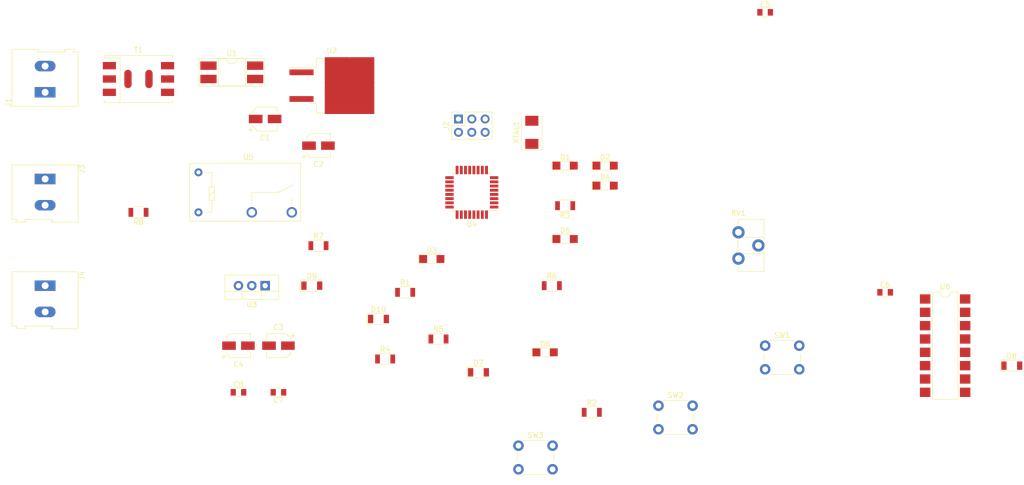
<source format=kicad_pcb>
(kicad_pcb (version 4) (host pcbnew 4.0.7)

  (general
    (links 93)
    (no_connects 89)
    (area 0 0 0 0)
    (thickness 1.6)
    (drawings 0)
    (tracks 0)
    (zones 0)
    (modules 42)
    (nets 60)
  )

  (page A4)
  (layers
    (0 F.Cu signal)
    (31 B.Cu signal)
    (32 B.Adhes user)
    (33 F.Adhes user)
    (34 B.Paste user)
    (35 F.Paste user)
    (36 B.SilkS user)
    (37 F.SilkS user)
    (38 B.Mask user)
    (39 F.Mask user)
    (40 Dwgs.User user)
    (41 Cmts.User user)
    (42 Eco1.User user)
    (43 Eco2.User user)
    (44 Edge.Cuts user)
    (45 Margin user)
    (46 B.CrtYd user)
    (47 F.CrtYd user)
    (48 B.Fab user)
    (49 F.Fab user)
  )

  (setup
    (last_trace_width 0.25)
    (trace_clearance 0.2)
    (zone_clearance 0.508)
    (zone_45_only no)
    (trace_min 0.2)
    (segment_width 0.2)
    (edge_width 0.15)
    (via_size 0.6)
    (via_drill 0.4)
    (via_min_size 0.4)
    (via_min_drill 0.3)
    (uvia_size 0.3)
    (uvia_drill 0.1)
    (uvias_allowed no)
    (uvia_min_size 0.2)
    (uvia_min_drill 0.1)
    (pcb_text_width 0.3)
    (pcb_text_size 1.5 1.5)
    (mod_edge_width 0.15)
    (mod_text_size 1 1)
    (mod_text_width 0.15)
    (pad_size 1.524 1.524)
    (pad_drill 0.762)
    (pad_to_mask_clearance 0.2)
    (aux_axis_origin 0 0)
    (visible_elements FFFFFF7F)
    (pcbplotparams
      (layerselection 0x00030_80000001)
      (usegerberextensions false)
      (excludeedgelayer true)
      (linewidth 0.100000)
      (plotframeref false)
      (viasonmask false)
      (mode 1)
      (useauxorigin false)
      (hpglpennumber 1)
      (hpglpenspeed 20)
      (hpglpendiameter 15)
      (hpglpenoverlay 2)
      (psnegative false)
      (psa4output false)
      (plotreference true)
      (plotvalue true)
      (plotinvisibletext false)
      (padsonsilk false)
      (subtractmaskfromsilk false)
      (outputformat 1)
      (mirror false)
      (drillshape 1)
      (scaleselection 1)
      (outputdirectory ""))
  )

  (net 0 "")
  (net 1 "Net-(C1-Pad1)")
  (net 2 GND)
  (net 3 9Vin)
  (net 4 +9V)
  (net 5 +5V)
  (net 6 "Net-(C5-Pad1)")
  (net 7 "Net-(C6-Pad1)")
  (net 8 "Net-(D1-Pad2)")
  (net 9 "Net-(D2-Pad2)")
  (net 10 "Net-(D3-Pad2)")
  (net 11 "Net-(D4-Pad2)")
  (net 12 "Net-(D5-Pad2)")
  (net 13 "Net-(D6-Pad2)")
  (net 14 "Net-(D7-Pad1)")
  (net 15 "Net-(D10-Pad2)")
  (net 16 "Net-(D9-Pad1)")
  (net 17 "Net-(D10-Pad1)")
  (net 18 "Net-(J1-Pad1)")
  (net 19 "Net-(J1-Pad2)")
  (net 20 MISO)
  (net 21 SCK)
  (net 22 MOSI)
  (net 23 RESET)
  (net 24 /GPIO)
  (net 25 "A0(pin23)")
  (net 26 "A1(pin24)")
  (net 27 "A2(pin25)")
  (net 28 "A3(pin26)")
  (net 29 "A4(pin27)")
  (net 30 "Net-(R8-Pad1)")
  (net 31 "A5(pin28)")
  (net 32 "Net-(SW1-Pad2)")
  (net 33 PIN1)
  (net 34 "Net-(SW2-Pad2)")
  (net 35 PIN0)
  (net 36 "Net-(SW3-Pad2)")
  (net 37 "Net-(T1-Pad3)")
  (net 38 "Net-(T1-Pad4)")
  (net 39 "Net-(U4-Pad1)")
  (net 40 "Net-(U4-Pad2)")
  (net 41 "Net-(U4-Pad7)")
  (net 42 "Net-(U4-Pad8)")
  (net 43 "Net-(U4-Pad11)")
  (net 44 MotorEN)
  (net 45 "Net-(U4-Pad13)")
  (net 46 SS)
  (net 47 "Net-(U4-Pad19)")
  (net 48 "Net-(U4-Pad22)")
  (net 49 "Net-(U4-Pad32)")
  (net 50 "Net-(U6-Pad9)")
  (net 51 PWMLeft)
  (net 52 "Net-(U6-Pad10)")
  (net 53 "Net-(U6-Pad11)")
  (net 54 "Net-(U6-Pad4)")
  (net 55 "Net-(U6-Pad12)")
  (net 56 "Net-(U6-Pad5)")
  (net 57 "Net-(U6-Pad14)")
  (net 58 PWMRight)
  (net 59 "Net-(U6-Pad15)")

  (net_class Default "This is the default net class."
    (clearance 0.2)
    (trace_width 0.25)
    (via_dia 0.6)
    (via_drill 0.4)
    (uvia_dia 0.3)
    (uvia_drill 0.1)
    (add_net +5V)
    (add_net +9V)
    (add_net /GPIO)
    (add_net 9Vin)
    (add_net "A0(pin23)")
    (add_net "A1(pin24)")
    (add_net "A2(pin25)")
    (add_net "A3(pin26)")
    (add_net "A4(pin27)")
    (add_net "A5(pin28)")
    (add_net GND)
    (add_net MISO)
    (add_net MOSI)
    (add_net MotorEN)
    (add_net "Net-(C1-Pad1)")
    (add_net "Net-(C5-Pad1)")
    (add_net "Net-(C6-Pad1)")
    (add_net "Net-(D1-Pad2)")
    (add_net "Net-(D10-Pad1)")
    (add_net "Net-(D10-Pad2)")
    (add_net "Net-(D2-Pad2)")
    (add_net "Net-(D3-Pad2)")
    (add_net "Net-(D4-Pad2)")
    (add_net "Net-(D5-Pad2)")
    (add_net "Net-(D6-Pad2)")
    (add_net "Net-(D7-Pad1)")
    (add_net "Net-(D9-Pad1)")
    (add_net "Net-(J1-Pad1)")
    (add_net "Net-(J1-Pad2)")
    (add_net "Net-(R8-Pad1)")
    (add_net "Net-(SW1-Pad2)")
    (add_net "Net-(SW2-Pad2)")
    (add_net "Net-(SW3-Pad2)")
    (add_net "Net-(T1-Pad3)")
    (add_net "Net-(T1-Pad4)")
    (add_net "Net-(U4-Pad1)")
    (add_net "Net-(U4-Pad11)")
    (add_net "Net-(U4-Pad13)")
    (add_net "Net-(U4-Pad19)")
    (add_net "Net-(U4-Pad2)")
    (add_net "Net-(U4-Pad22)")
    (add_net "Net-(U4-Pad32)")
    (add_net "Net-(U4-Pad7)")
    (add_net "Net-(U4-Pad8)")
    (add_net "Net-(U6-Pad10)")
    (add_net "Net-(U6-Pad11)")
    (add_net "Net-(U6-Pad12)")
    (add_net "Net-(U6-Pad14)")
    (add_net "Net-(U6-Pad15)")
    (add_net "Net-(U6-Pad4)")
    (add_net "Net-(U6-Pad5)")
    (add_net "Net-(U6-Pad9)")
    (add_net PIN0)
    (add_net PIN1)
    (add_net PWMLeft)
    (add_net PWMRight)
    (add_net RESET)
    (add_net SCK)
    (add_net SS)
  )

  (module Capacitors_SMD:CP_Elec_4x5.3 (layer F.Cu) (tedit 58AA85FB) (tstamp 59D47B97)
    (at 109.22 68.58)
    (descr "SMT capacitor, aluminium electrolytic, 4x5.3")
    (path /59D41B53)
    (attr smd)
    (fp_text reference C1 (at 0 3.54) (layer F.SilkS)
      (effects (font (size 1 1) (thickness 0.15)))
    )
    (fp_text value 600uF (at 0 -3.54) (layer F.Fab)
      (effects (font (size 1 1) (thickness 0.15)))
    )
    (fp_circle (center 0 0) (end 0 2.1) (layer F.Fab) (width 0.1))
    (fp_text user + (at -1.21 -0.08) (layer F.Fab)
      (effects (font (size 1 1) (thickness 0.15)))
    )
    (fp_text user + (at -2.77 2.01) (layer F.SilkS)
      (effects (font (size 1 1) (thickness 0.15)))
    )
    (fp_text user %R (at 0 3.54) (layer F.Fab)
      (effects (font (size 1 1) (thickness 0.15)))
    )
    (fp_line (start 2.13 2.13) (end 2.13 -2.13) (layer F.Fab) (width 0.1))
    (fp_line (start -1.46 2.13) (end 2.13 2.13) (layer F.Fab) (width 0.1))
    (fp_line (start -2.13 1.46) (end -1.46 2.13) (layer F.Fab) (width 0.1))
    (fp_line (start -2.13 -1.46) (end -2.13 1.46) (layer F.Fab) (width 0.1))
    (fp_line (start -1.46 -2.13) (end -2.13 -1.46) (layer F.Fab) (width 0.1))
    (fp_line (start 2.13 -2.13) (end -1.46 -2.13) (layer F.Fab) (width 0.1))
    (fp_line (start -2.29 -1.52) (end -2.29 -1.12) (layer F.SilkS) (width 0.12))
    (fp_line (start 2.29 -2.29) (end 2.29 -1.12) (layer F.SilkS) (width 0.12))
    (fp_line (start 2.29 2.29) (end 2.29 1.12) (layer F.SilkS) (width 0.12))
    (fp_line (start -2.29 1.52) (end -2.29 1.12) (layer F.SilkS) (width 0.12))
    (fp_line (start -1.52 2.29) (end 2.29 2.29) (layer F.SilkS) (width 0.12))
    (fp_line (start -1.52 2.29) (end -2.29 1.52) (layer F.SilkS) (width 0.12))
    (fp_line (start -1.52 -2.29) (end 2.29 -2.29) (layer F.SilkS) (width 0.12))
    (fp_line (start -1.52 -2.29) (end -2.29 -1.52) (layer F.SilkS) (width 0.12))
    (fp_line (start -3.35 -2.39) (end 3.35 -2.39) (layer F.CrtYd) (width 0.05))
    (fp_line (start -3.35 -2.39) (end -3.35 2.38) (layer F.CrtYd) (width 0.05))
    (fp_line (start 3.35 2.38) (end 3.35 -2.39) (layer F.CrtYd) (width 0.05))
    (fp_line (start 3.35 2.38) (end -3.35 2.38) (layer F.CrtYd) (width 0.05))
    (pad 1 smd rect (at -1.8 0 180) (size 2.6 1.6) (layers F.Cu F.Paste F.Mask)
      (net 1 "Net-(C1-Pad1)"))
    (pad 2 smd rect (at 1.8 0 180) (size 2.6 1.6) (layers F.Cu F.Paste F.Mask)
      (net 2 GND))
    (model Capacitors_SMD.3dshapes/CP_Elec_4x5.3.wrl
      (at (xyz 0 0 0))
      (scale (xyz 1 1 1))
      (rotate (xyz 0 0 180))
    )
  )

  (module Capacitors_SMD:CP_Elec_4x5.3 (layer F.Cu) (tedit 58AA85FB) (tstamp 59D47BB3)
    (at 119.38 73.66)
    (descr "SMT capacitor, aluminium electrolytic, 4x5.3")
    (path /59D41F13)
    (attr smd)
    (fp_text reference C2 (at 0 3.54) (layer F.SilkS)
      (effects (font (size 1 1) (thickness 0.15)))
    )
    (fp_text value 47uF (at 0 -3.54) (layer F.Fab)
      (effects (font (size 1 1) (thickness 0.15)))
    )
    (fp_circle (center 0 0) (end 0 2.1) (layer F.Fab) (width 0.1))
    (fp_text user + (at -1.21 -0.08) (layer F.Fab)
      (effects (font (size 1 1) (thickness 0.15)))
    )
    (fp_text user + (at -2.77 2.01) (layer F.SilkS)
      (effects (font (size 1 1) (thickness 0.15)))
    )
    (fp_text user %R (at 0 3.54) (layer F.Fab)
      (effects (font (size 1 1) (thickness 0.15)))
    )
    (fp_line (start 2.13 2.13) (end 2.13 -2.13) (layer F.Fab) (width 0.1))
    (fp_line (start -1.46 2.13) (end 2.13 2.13) (layer F.Fab) (width 0.1))
    (fp_line (start -2.13 1.46) (end -1.46 2.13) (layer F.Fab) (width 0.1))
    (fp_line (start -2.13 -1.46) (end -2.13 1.46) (layer F.Fab) (width 0.1))
    (fp_line (start -1.46 -2.13) (end -2.13 -1.46) (layer F.Fab) (width 0.1))
    (fp_line (start 2.13 -2.13) (end -1.46 -2.13) (layer F.Fab) (width 0.1))
    (fp_line (start -2.29 -1.52) (end -2.29 -1.12) (layer F.SilkS) (width 0.12))
    (fp_line (start 2.29 -2.29) (end 2.29 -1.12) (layer F.SilkS) (width 0.12))
    (fp_line (start 2.29 2.29) (end 2.29 1.12) (layer F.SilkS) (width 0.12))
    (fp_line (start -2.29 1.52) (end -2.29 1.12) (layer F.SilkS) (width 0.12))
    (fp_line (start -1.52 2.29) (end 2.29 2.29) (layer F.SilkS) (width 0.12))
    (fp_line (start -1.52 2.29) (end -2.29 1.52) (layer F.SilkS) (width 0.12))
    (fp_line (start -1.52 -2.29) (end 2.29 -2.29) (layer F.SilkS) (width 0.12))
    (fp_line (start -1.52 -2.29) (end -2.29 -1.52) (layer F.SilkS) (width 0.12))
    (fp_line (start -3.35 -2.39) (end 3.35 -2.39) (layer F.CrtYd) (width 0.05))
    (fp_line (start -3.35 -2.39) (end -3.35 2.38) (layer F.CrtYd) (width 0.05))
    (fp_line (start 3.35 2.38) (end 3.35 -2.39) (layer F.CrtYd) (width 0.05))
    (fp_line (start 3.35 2.38) (end -3.35 2.38) (layer F.CrtYd) (width 0.05))
    (pad 1 smd rect (at -1.8 0 180) (size 2.6 1.6) (layers F.Cu F.Paste F.Mask)
      (net 3 9Vin))
    (pad 2 smd rect (at 1.8 0 180) (size 2.6 1.6) (layers F.Cu F.Paste F.Mask)
      (net 2 GND))
    (model Capacitors_SMD.3dshapes/CP_Elec_4x5.3.wrl
      (at (xyz 0 0 0))
      (scale (xyz 1 1 1))
      (rotate (xyz 0 0 180))
    )
  )

  (module Capacitors_SMD:CP_Elec_4x5.3 (layer F.Cu) (tedit 58AA85FB) (tstamp 59D47BCF)
    (at 111.76 111.76 180)
    (descr "SMT capacitor, aluminium electrolytic, 4x5.3")
    (path /59D46C72)
    (attr smd)
    (fp_text reference C3 (at 0 3.54 180) (layer F.SilkS)
      (effects (font (size 1 1) (thickness 0.15)))
    )
    (fp_text value 10uF (at 0 -3.54 180) (layer F.Fab)
      (effects (font (size 1 1) (thickness 0.15)))
    )
    (fp_circle (center 0 0) (end 0 2.1) (layer F.Fab) (width 0.1))
    (fp_text user + (at -1.21 -0.08 180) (layer F.Fab)
      (effects (font (size 1 1) (thickness 0.15)))
    )
    (fp_text user + (at -2.77 2.01 180) (layer F.SilkS)
      (effects (font (size 1 1) (thickness 0.15)))
    )
    (fp_text user %R (at 0 3.54 180) (layer F.Fab)
      (effects (font (size 1 1) (thickness 0.15)))
    )
    (fp_line (start 2.13 2.13) (end 2.13 -2.13) (layer F.Fab) (width 0.1))
    (fp_line (start -1.46 2.13) (end 2.13 2.13) (layer F.Fab) (width 0.1))
    (fp_line (start -2.13 1.46) (end -1.46 2.13) (layer F.Fab) (width 0.1))
    (fp_line (start -2.13 -1.46) (end -2.13 1.46) (layer F.Fab) (width 0.1))
    (fp_line (start -1.46 -2.13) (end -2.13 -1.46) (layer F.Fab) (width 0.1))
    (fp_line (start 2.13 -2.13) (end -1.46 -2.13) (layer F.Fab) (width 0.1))
    (fp_line (start -2.29 -1.52) (end -2.29 -1.12) (layer F.SilkS) (width 0.12))
    (fp_line (start 2.29 -2.29) (end 2.29 -1.12) (layer F.SilkS) (width 0.12))
    (fp_line (start 2.29 2.29) (end 2.29 1.12) (layer F.SilkS) (width 0.12))
    (fp_line (start -2.29 1.52) (end -2.29 1.12) (layer F.SilkS) (width 0.12))
    (fp_line (start -1.52 2.29) (end 2.29 2.29) (layer F.SilkS) (width 0.12))
    (fp_line (start -1.52 2.29) (end -2.29 1.52) (layer F.SilkS) (width 0.12))
    (fp_line (start -1.52 -2.29) (end 2.29 -2.29) (layer F.SilkS) (width 0.12))
    (fp_line (start -1.52 -2.29) (end -2.29 -1.52) (layer F.SilkS) (width 0.12))
    (fp_line (start -3.35 -2.39) (end 3.35 -2.39) (layer F.CrtYd) (width 0.05))
    (fp_line (start -3.35 -2.39) (end -3.35 2.38) (layer F.CrtYd) (width 0.05))
    (fp_line (start 3.35 2.38) (end 3.35 -2.39) (layer F.CrtYd) (width 0.05))
    (fp_line (start 3.35 2.38) (end -3.35 2.38) (layer F.CrtYd) (width 0.05))
    (pad 1 smd rect (at -1.8 0) (size 2.6 1.6) (layers F.Cu F.Paste F.Mask)
      (net 4 +9V))
    (pad 2 smd rect (at 1.8 0) (size 2.6 1.6) (layers F.Cu F.Paste F.Mask)
      (net 2 GND))
    (model Capacitors_SMD.3dshapes/CP_Elec_4x5.3.wrl
      (at (xyz 0 0 0))
      (scale (xyz 1 1 1))
      (rotate (xyz 0 0 180))
    )
  )

  (module Capacitors_SMD:CP_Elec_4x5.3 (layer F.Cu) (tedit 58AA85FB) (tstamp 59D47BEB)
    (at 104.14 111.76)
    (descr "SMT capacitor, aluminium electrolytic, 4x5.3")
    (path /59D46D7A)
    (attr smd)
    (fp_text reference C4 (at 0 3.54) (layer F.SilkS)
      (effects (font (size 1 1) (thickness 0.15)))
    )
    (fp_text value 10uF (at 0 -3.54) (layer F.Fab)
      (effects (font (size 1 1) (thickness 0.15)))
    )
    (fp_circle (center 0 0) (end 0 2.1) (layer F.Fab) (width 0.1))
    (fp_text user + (at -1.21 -0.08) (layer F.Fab)
      (effects (font (size 1 1) (thickness 0.15)))
    )
    (fp_text user + (at -2.77 2.01) (layer F.SilkS)
      (effects (font (size 1 1) (thickness 0.15)))
    )
    (fp_text user %R (at 0 3.54) (layer F.Fab)
      (effects (font (size 1 1) (thickness 0.15)))
    )
    (fp_line (start 2.13 2.13) (end 2.13 -2.13) (layer F.Fab) (width 0.1))
    (fp_line (start -1.46 2.13) (end 2.13 2.13) (layer F.Fab) (width 0.1))
    (fp_line (start -2.13 1.46) (end -1.46 2.13) (layer F.Fab) (width 0.1))
    (fp_line (start -2.13 -1.46) (end -2.13 1.46) (layer F.Fab) (width 0.1))
    (fp_line (start -1.46 -2.13) (end -2.13 -1.46) (layer F.Fab) (width 0.1))
    (fp_line (start 2.13 -2.13) (end -1.46 -2.13) (layer F.Fab) (width 0.1))
    (fp_line (start -2.29 -1.52) (end -2.29 -1.12) (layer F.SilkS) (width 0.12))
    (fp_line (start 2.29 -2.29) (end 2.29 -1.12) (layer F.SilkS) (width 0.12))
    (fp_line (start 2.29 2.29) (end 2.29 1.12) (layer F.SilkS) (width 0.12))
    (fp_line (start -2.29 1.52) (end -2.29 1.12) (layer F.SilkS) (width 0.12))
    (fp_line (start -1.52 2.29) (end 2.29 2.29) (layer F.SilkS) (width 0.12))
    (fp_line (start -1.52 2.29) (end -2.29 1.52) (layer F.SilkS) (width 0.12))
    (fp_line (start -1.52 -2.29) (end 2.29 -2.29) (layer F.SilkS) (width 0.12))
    (fp_line (start -1.52 -2.29) (end -2.29 -1.52) (layer F.SilkS) (width 0.12))
    (fp_line (start -3.35 -2.39) (end 3.35 -2.39) (layer F.CrtYd) (width 0.05))
    (fp_line (start -3.35 -2.39) (end -3.35 2.38) (layer F.CrtYd) (width 0.05))
    (fp_line (start 3.35 2.38) (end 3.35 -2.39) (layer F.CrtYd) (width 0.05))
    (fp_line (start 3.35 2.38) (end -3.35 2.38) (layer F.CrtYd) (width 0.05))
    (pad 1 smd rect (at -1.8 0 180) (size 2.6 1.6) (layers F.Cu F.Paste F.Mask)
      (net 5 +5V))
    (pad 2 smd rect (at 1.8 0 180) (size 2.6 1.6) (layers F.Cu F.Paste F.Mask)
      (net 2 GND))
    (model Capacitors_SMD.3dshapes/CP_Elec_4x5.3.wrl
      (at (xyz 0 0 0))
      (scale (xyz 1 1 1))
      (rotate (xyz 0 0 180))
    )
  )

  (module Capacitors_SMD:C_0805 (layer F.Cu) (tedit 58AA8463) (tstamp 59D47BFC)
    (at 204.47 48.26)
    (descr "Capacitor SMD 0805, reflow soldering, AVX (see smccp.pdf)")
    (tags "capacitor 0805")
    (path /59D50C3E)
    (attr smd)
    (fp_text reference C5 (at 0 -1.5) (layer F.SilkS)
      (effects (font (size 1 1) (thickness 0.15)))
    )
    (fp_text value 22pF (at 0 1.75) (layer F.Fab)
      (effects (font (size 1 1) (thickness 0.15)))
    )
    (fp_text user %R (at 0 -1.5) (layer F.Fab)
      (effects (font (size 1 1) (thickness 0.15)))
    )
    (fp_line (start -1 0.62) (end -1 -0.62) (layer F.Fab) (width 0.1))
    (fp_line (start 1 0.62) (end -1 0.62) (layer F.Fab) (width 0.1))
    (fp_line (start 1 -0.62) (end 1 0.62) (layer F.Fab) (width 0.1))
    (fp_line (start -1 -0.62) (end 1 -0.62) (layer F.Fab) (width 0.1))
    (fp_line (start 0.5 -0.85) (end -0.5 -0.85) (layer F.SilkS) (width 0.12))
    (fp_line (start -0.5 0.85) (end 0.5 0.85) (layer F.SilkS) (width 0.12))
    (fp_line (start -1.75 -0.88) (end 1.75 -0.88) (layer F.CrtYd) (width 0.05))
    (fp_line (start -1.75 -0.88) (end -1.75 0.87) (layer F.CrtYd) (width 0.05))
    (fp_line (start 1.75 0.87) (end 1.75 -0.88) (layer F.CrtYd) (width 0.05))
    (fp_line (start 1.75 0.87) (end -1.75 0.87) (layer F.CrtYd) (width 0.05))
    (pad 1 smd rect (at -1 0) (size 1 1.25) (layers F.Cu F.Paste F.Mask)
      (net 6 "Net-(C5-Pad1)"))
    (pad 2 smd rect (at 1 0) (size 1 1.25) (layers F.Cu F.Paste F.Mask)
      (net 2 GND))
    (model Capacitors_SMD.3dshapes/C_0805.wrl
      (at (xyz 0 0 0))
      (scale (xyz 1 1 1))
      (rotate (xyz 0 0 0))
    )
  )

  (module Capacitors_SMD:C_0805 (layer F.Cu) (tedit 58AA8463) (tstamp 59D47C0D)
    (at 227.33 101.6)
    (descr "Capacitor SMD 0805, reflow soldering, AVX (see smccp.pdf)")
    (tags "capacitor 0805")
    (path /59D5133C)
    (attr smd)
    (fp_text reference C6 (at 0 -1.5) (layer F.SilkS)
      (effects (font (size 1 1) (thickness 0.15)))
    )
    (fp_text value 22pF (at 0 1.75) (layer F.Fab)
      (effects (font (size 1 1) (thickness 0.15)))
    )
    (fp_text user %R (at 0 -1.5) (layer F.Fab)
      (effects (font (size 1 1) (thickness 0.15)))
    )
    (fp_line (start -1 0.62) (end -1 -0.62) (layer F.Fab) (width 0.1))
    (fp_line (start 1 0.62) (end -1 0.62) (layer F.Fab) (width 0.1))
    (fp_line (start 1 -0.62) (end 1 0.62) (layer F.Fab) (width 0.1))
    (fp_line (start -1 -0.62) (end 1 -0.62) (layer F.Fab) (width 0.1))
    (fp_line (start 0.5 -0.85) (end -0.5 -0.85) (layer F.SilkS) (width 0.12))
    (fp_line (start -0.5 0.85) (end 0.5 0.85) (layer F.SilkS) (width 0.12))
    (fp_line (start -1.75 -0.88) (end 1.75 -0.88) (layer F.CrtYd) (width 0.05))
    (fp_line (start -1.75 -0.88) (end -1.75 0.87) (layer F.CrtYd) (width 0.05))
    (fp_line (start 1.75 0.87) (end 1.75 -0.88) (layer F.CrtYd) (width 0.05))
    (fp_line (start 1.75 0.87) (end -1.75 0.87) (layer F.CrtYd) (width 0.05))
    (pad 1 smd rect (at -1 0) (size 1 1.25) (layers F.Cu F.Paste F.Mask)
      (net 7 "Net-(C6-Pad1)"))
    (pad 2 smd rect (at 1 0) (size 1 1.25) (layers F.Cu F.Paste F.Mask)
      (net 2 GND))
    (model Capacitors_SMD.3dshapes/C_0805.wrl
      (at (xyz 0 0 0))
      (scale (xyz 1 1 1))
      (rotate (xyz 0 0 0))
    )
  )

  (module Capacitors_SMD:C_0805 (layer F.Cu) (tedit 58AA8463) (tstamp 59D47C1E)
    (at 111.76 120.65 180)
    (descr "Capacitor SMD 0805, reflow soldering, AVX (see smccp.pdf)")
    (tags "capacitor 0805")
    (path /59D679C0)
    (attr smd)
    (fp_text reference C7 (at 0 -1.5 180) (layer F.SilkS)
      (effects (font (size 1 1) (thickness 0.15)))
    )
    (fp_text value 0.1uF (at 0 1.75 180) (layer F.Fab)
      (effects (font (size 1 1) (thickness 0.15)))
    )
    (fp_text user %R (at 0 -1.5 180) (layer F.Fab)
      (effects (font (size 1 1) (thickness 0.15)))
    )
    (fp_line (start -1 0.62) (end -1 -0.62) (layer F.Fab) (width 0.1))
    (fp_line (start 1 0.62) (end -1 0.62) (layer F.Fab) (width 0.1))
    (fp_line (start 1 -0.62) (end 1 0.62) (layer F.Fab) (width 0.1))
    (fp_line (start -1 -0.62) (end 1 -0.62) (layer F.Fab) (width 0.1))
    (fp_line (start 0.5 -0.85) (end -0.5 -0.85) (layer F.SilkS) (width 0.12))
    (fp_line (start -0.5 0.85) (end 0.5 0.85) (layer F.SilkS) (width 0.12))
    (fp_line (start -1.75 -0.88) (end 1.75 -0.88) (layer F.CrtYd) (width 0.05))
    (fp_line (start -1.75 -0.88) (end -1.75 0.87) (layer F.CrtYd) (width 0.05))
    (fp_line (start 1.75 0.87) (end 1.75 -0.88) (layer F.CrtYd) (width 0.05))
    (fp_line (start 1.75 0.87) (end -1.75 0.87) (layer F.CrtYd) (width 0.05))
    (pad 1 smd rect (at -1 0 180) (size 1 1.25) (layers F.Cu F.Paste F.Mask)
      (net 5 +5V))
    (pad 2 smd rect (at 1 0 180) (size 1 1.25) (layers F.Cu F.Paste F.Mask)
      (net 2 GND))
    (model Capacitors_SMD.3dshapes/C_0805.wrl
      (at (xyz 0 0 0))
      (scale (xyz 1 1 1))
      (rotate (xyz 0 0 0))
    )
  )

  (module Capacitors_SMD:C_0805 (layer F.Cu) (tedit 58AA8463) (tstamp 59D47C2F)
    (at 104.14 120.65)
    (descr "Capacitor SMD 0805, reflow soldering, AVX (see smccp.pdf)")
    (tags "capacitor 0805")
    (path /59D673CA)
    (attr smd)
    (fp_text reference C8 (at 0 -1.5) (layer F.SilkS)
      (effects (font (size 1 1) (thickness 0.15)))
    )
    (fp_text value 0.1uF (at 0 1.75) (layer F.Fab)
      (effects (font (size 1 1) (thickness 0.15)))
    )
    (fp_text user %R (at 0 -1.5) (layer F.Fab)
      (effects (font (size 1 1) (thickness 0.15)))
    )
    (fp_line (start -1 0.62) (end -1 -0.62) (layer F.Fab) (width 0.1))
    (fp_line (start 1 0.62) (end -1 0.62) (layer F.Fab) (width 0.1))
    (fp_line (start 1 -0.62) (end 1 0.62) (layer F.Fab) (width 0.1))
    (fp_line (start -1 -0.62) (end 1 -0.62) (layer F.Fab) (width 0.1))
    (fp_line (start 0.5 -0.85) (end -0.5 -0.85) (layer F.SilkS) (width 0.12))
    (fp_line (start -0.5 0.85) (end 0.5 0.85) (layer F.SilkS) (width 0.12))
    (fp_line (start -1.75 -0.88) (end 1.75 -0.88) (layer F.CrtYd) (width 0.05))
    (fp_line (start -1.75 -0.88) (end -1.75 0.87) (layer F.CrtYd) (width 0.05))
    (fp_line (start 1.75 0.87) (end 1.75 -0.88) (layer F.CrtYd) (width 0.05))
    (fp_line (start 1.75 0.87) (end -1.75 0.87) (layer F.CrtYd) (width 0.05))
    (pad 1 smd rect (at -1 0) (size 1 1.25) (layers F.Cu F.Paste F.Mask)
      (net 5 +5V))
    (pad 2 smd rect (at 1 0) (size 1 1.25) (layers F.Cu F.Paste F.Mask)
      (net 2 GND))
    (model Capacitors_SMD.3dshapes/C_0805.wrl
      (at (xyz 0 0 0))
      (scale (xyz 1 1 1))
      (rotate (xyz 0 0 0))
    )
  )

  (module LEDs:LED_1206 (layer F.Cu) (tedit 57FE943C) (tstamp 59D47C44)
    (at 166.37 77.47)
    (descr "LED 1206 smd package")
    (tags "LED led 1206 SMD smd SMT smt smdled SMDLED smtled SMTLED")
    (path /59D69D9D)
    (attr smd)
    (fp_text reference D1 (at 0 -1.6) (layer F.SilkS)
      (effects (font (size 1 1) (thickness 0.15)))
    )
    (fp_text value LED1 (at 0 1.7) (layer F.Fab)
      (effects (font (size 1 1) (thickness 0.15)))
    )
    (fp_line (start -2.5 -0.85) (end -2.5 0.85) (layer F.SilkS) (width 0.12))
    (fp_line (start -0.45 -0.4) (end -0.45 0.4) (layer F.Fab) (width 0.1))
    (fp_line (start -0.4 0) (end 0.2 -0.4) (layer F.Fab) (width 0.1))
    (fp_line (start 0.2 0.4) (end -0.4 0) (layer F.Fab) (width 0.1))
    (fp_line (start 0.2 -0.4) (end 0.2 0.4) (layer F.Fab) (width 0.1))
    (fp_line (start 1.6 0.8) (end -1.6 0.8) (layer F.Fab) (width 0.1))
    (fp_line (start 1.6 -0.8) (end 1.6 0.8) (layer F.Fab) (width 0.1))
    (fp_line (start -1.6 -0.8) (end 1.6 -0.8) (layer F.Fab) (width 0.1))
    (fp_line (start -1.6 0.8) (end -1.6 -0.8) (layer F.Fab) (width 0.1))
    (fp_line (start -2.45 0.85) (end 1.6 0.85) (layer F.SilkS) (width 0.12))
    (fp_line (start -2.45 -0.85) (end 1.6 -0.85) (layer F.SilkS) (width 0.12))
    (fp_line (start 2.65 -1) (end 2.65 1) (layer F.CrtYd) (width 0.05))
    (fp_line (start 2.65 1) (end -2.65 1) (layer F.CrtYd) (width 0.05))
    (fp_line (start -2.65 1) (end -2.65 -1) (layer F.CrtYd) (width 0.05))
    (fp_line (start -2.65 -1) (end 2.65 -1) (layer F.CrtYd) (width 0.05))
    (pad 2 smd rect (at 1.65 0 180) (size 1.5 1.5) (layers F.Cu F.Paste F.Mask)
      (net 8 "Net-(D1-Pad2)"))
    (pad 1 smd rect (at -1.65 0 180) (size 1.5 1.5) (layers F.Cu F.Paste F.Mask)
      (net 2 GND))
    (model ${KISYS3DMOD}/LEDs.3dshapes/LED_1206.wrl
      (at (xyz 0 0 0))
      (scale (xyz 1 1 1))
      (rotate (xyz 0 0 180))
    )
  )

  (module LEDs:LED_1206 (layer F.Cu) (tedit 57FE943C) (tstamp 59D47C59)
    (at 173.99 77.47)
    (descr "LED 1206 smd package")
    (tags "LED led 1206 SMD smd SMT smt smdled SMDLED smtled SMTLED")
    (path /59D6A168)
    (attr smd)
    (fp_text reference D2 (at 0 -1.6) (layer F.SilkS)
      (effects (font (size 1 1) (thickness 0.15)))
    )
    (fp_text value LED1 (at 0 1.7) (layer F.Fab)
      (effects (font (size 1 1) (thickness 0.15)))
    )
    (fp_line (start -2.5 -0.85) (end -2.5 0.85) (layer F.SilkS) (width 0.12))
    (fp_line (start -0.45 -0.4) (end -0.45 0.4) (layer F.Fab) (width 0.1))
    (fp_line (start -0.4 0) (end 0.2 -0.4) (layer F.Fab) (width 0.1))
    (fp_line (start 0.2 0.4) (end -0.4 0) (layer F.Fab) (width 0.1))
    (fp_line (start 0.2 -0.4) (end 0.2 0.4) (layer F.Fab) (width 0.1))
    (fp_line (start 1.6 0.8) (end -1.6 0.8) (layer F.Fab) (width 0.1))
    (fp_line (start 1.6 -0.8) (end 1.6 0.8) (layer F.Fab) (width 0.1))
    (fp_line (start -1.6 -0.8) (end 1.6 -0.8) (layer F.Fab) (width 0.1))
    (fp_line (start -1.6 0.8) (end -1.6 -0.8) (layer F.Fab) (width 0.1))
    (fp_line (start -2.45 0.85) (end 1.6 0.85) (layer F.SilkS) (width 0.12))
    (fp_line (start -2.45 -0.85) (end 1.6 -0.85) (layer F.SilkS) (width 0.12))
    (fp_line (start 2.65 -1) (end 2.65 1) (layer F.CrtYd) (width 0.05))
    (fp_line (start 2.65 1) (end -2.65 1) (layer F.CrtYd) (width 0.05))
    (fp_line (start -2.65 1) (end -2.65 -1) (layer F.CrtYd) (width 0.05))
    (fp_line (start -2.65 -1) (end 2.65 -1) (layer F.CrtYd) (width 0.05))
    (pad 2 smd rect (at 1.65 0 180) (size 1.5 1.5) (layers F.Cu F.Paste F.Mask)
      (net 9 "Net-(D2-Pad2)"))
    (pad 1 smd rect (at -1.65 0 180) (size 1.5 1.5) (layers F.Cu F.Paste F.Mask)
      (net 2 GND))
    (model ${KISYS3DMOD}/LEDs.3dshapes/LED_1206.wrl
      (at (xyz 0 0 0))
      (scale (xyz 1 1 1))
      (rotate (xyz 0 0 180))
    )
  )

  (module LEDs:LED_1206 (layer F.Cu) (tedit 57FE943C) (tstamp 59D47C6E)
    (at 140.97 95.25)
    (descr "LED 1206 smd package")
    (tags "LED led 1206 SMD smd SMT smt smdled SMDLED smtled SMTLED")
    (path /59D6A1D6)
    (attr smd)
    (fp_text reference D3 (at 0 -1.6) (layer F.SilkS)
      (effects (font (size 1 1) (thickness 0.15)))
    )
    (fp_text value LED1 (at 0 1.7) (layer F.Fab)
      (effects (font (size 1 1) (thickness 0.15)))
    )
    (fp_line (start -2.5 -0.85) (end -2.5 0.85) (layer F.SilkS) (width 0.12))
    (fp_line (start -0.45 -0.4) (end -0.45 0.4) (layer F.Fab) (width 0.1))
    (fp_line (start -0.4 0) (end 0.2 -0.4) (layer F.Fab) (width 0.1))
    (fp_line (start 0.2 0.4) (end -0.4 0) (layer F.Fab) (width 0.1))
    (fp_line (start 0.2 -0.4) (end 0.2 0.4) (layer F.Fab) (width 0.1))
    (fp_line (start 1.6 0.8) (end -1.6 0.8) (layer F.Fab) (width 0.1))
    (fp_line (start 1.6 -0.8) (end 1.6 0.8) (layer F.Fab) (width 0.1))
    (fp_line (start -1.6 -0.8) (end 1.6 -0.8) (layer F.Fab) (width 0.1))
    (fp_line (start -1.6 0.8) (end -1.6 -0.8) (layer F.Fab) (width 0.1))
    (fp_line (start -2.45 0.85) (end 1.6 0.85) (layer F.SilkS) (width 0.12))
    (fp_line (start -2.45 -0.85) (end 1.6 -0.85) (layer F.SilkS) (width 0.12))
    (fp_line (start 2.65 -1) (end 2.65 1) (layer F.CrtYd) (width 0.05))
    (fp_line (start 2.65 1) (end -2.65 1) (layer F.CrtYd) (width 0.05))
    (fp_line (start -2.65 1) (end -2.65 -1) (layer F.CrtYd) (width 0.05))
    (fp_line (start -2.65 -1) (end 2.65 -1) (layer F.CrtYd) (width 0.05))
    (pad 2 smd rect (at 1.65 0 180) (size 1.5 1.5) (layers F.Cu F.Paste F.Mask)
      (net 10 "Net-(D3-Pad2)"))
    (pad 1 smd rect (at -1.65 0 180) (size 1.5 1.5) (layers F.Cu F.Paste F.Mask)
      (net 2 GND))
    (model ${KISYS3DMOD}/LEDs.3dshapes/LED_1206.wrl
      (at (xyz 0 0 0))
      (scale (xyz 1 1 1))
      (rotate (xyz 0 0 180))
    )
  )

  (module LEDs:LED_1206 (layer F.Cu) (tedit 57FE943C) (tstamp 59D47C83)
    (at 173.99 81.28)
    (descr "LED 1206 smd package")
    (tags "LED led 1206 SMD smd SMT smt smdled SMDLED smtled SMTLED")
    (path /59D6A247)
    (attr smd)
    (fp_text reference D4 (at 0 -1.6) (layer F.SilkS)
      (effects (font (size 1 1) (thickness 0.15)))
    )
    (fp_text value LED1 (at 0 1.7) (layer F.Fab)
      (effects (font (size 1 1) (thickness 0.15)))
    )
    (fp_line (start -2.5 -0.85) (end -2.5 0.85) (layer F.SilkS) (width 0.12))
    (fp_line (start -0.45 -0.4) (end -0.45 0.4) (layer F.Fab) (width 0.1))
    (fp_line (start -0.4 0) (end 0.2 -0.4) (layer F.Fab) (width 0.1))
    (fp_line (start 0.2 0.4) (end -0.4 0) (layer F.Fab) (width 0.1))
    (fp_line (start 0.2 -0.4) (end 0.2 0.4) (layer F.Fab) (width 0.1))
    (fp_line (start 1.6 0.8) (end -1.6 0.8) (layer F.Fab) (width 0.1))
    (fp_line (start 1.6 -0.8) (end 1.6 0.8) (layer F.Fab) (width 0.1))
    (fp_line (start -1.6 -0.8) (end 1.6 -0.8) (layer F.Fab) (width 0.1))
    (fp_line (start -1.6 0.8) (end -1.6 -0.8) (layer F.Fab) (width 0.1))
    (fp_line (start -2.45 0.85) (end 1.6 0.85) (layer F.SilkS) (width 0.12))
    (fp_line (start -2.45 -0.85) (end 1.6 -0.85) (layer F.SilkS) (width 0.12))
    (fp_line (start 2.65 -1) (end 2.65 1) (layer F.CrtYd) (width 0.05))
    (fp_line (start 2.65 1) (end -2.65 1) (layer F.CrtYd) (width 0.05))
    (fp_line (start -2.65 1) (end -2.65 -1) (layer F.CrtYd) (width 0.05))
    (fp_line (start -2.65 -1) (end 2.65 -1) (layer F.CrtYd) (width 0.05))
    (pad 2 smd rect (at 1.65 0 180) (size 1.5 1.5) (layers F.Cu F.Paste F.Mask)
      (net 11 "Net-(D4-Pad2)"))
    (pad 1 smd rect (at -1.65 0 180) (size 1.5 1.5) (layers F.Cu F.Paste F.Mask)
      (net 2 GND))
    (model ${KISYS3DMOD}/LEDs.3dshapes/LED_1206.wrl
      (at (xyz 0 0 0))
      (scale (xyz 1 1 1))
      (rotate (xyz 0 0 180))
    )
  )

  (module LEDs:LED_1206 (layer F.Cu) (tedit 57FE943C) (tstamp 59D47C98)
    (at 166.37 91.44)
    (descr "LED 1206 smd package")
    (tags "LED led 1206 SMD smd SMT smt smdled SMDLED smtled SMTLED")
    (path /59D6A391)
    (attr smd)
    (fp_text reference D5 (at 0 -1.6) (layer F.SilkS)
      (effects (font (size 1 1) (thickness 0.15)))
    )
    (fp_text value LED1 (at 0 1.7) (layer F.Fab)
      (effects (font (size 1 1) (thickness 0.15)))
    )
    (fp_line (start -2.5 -0.85) (end -2.5 0.85) (layer F.SilkS) (width 0.12))
    (fp_line (start -0.45 -0.4) (end -0.45 0.4) (layer F.Fab) (width 0.1))
    (fp_line (start -0.4 0) (end 0.2 -0.4) (layer F.Fab) (width 0.1))
    (fp_line (start 0.2 0.4) (end -0.4 0) (layer F.Fab) (width 0.1))
    (fp_line (start 0.2 -0.4) (end 0.2 0.4) (layer F.Fab) (width 0.1))
    (fp_line (start 1.6 0.8) (end -1.6 0.8) (layer F.Fab) (width 0.1))
    (fp_line (start 1.6 -0.8) (end 1.6 0.8) (layer F.Fab) (width 0.1))
    (fp_line (start -1.6 -0.8) (end 1.6 -0.8) (layer F.Fab) (width 0.1))
    (fp_line (start -1.6 0.8) (end -1.6 -0.8) (layer F.Fab) (width 0.1))
    (fp_line (start -2.45 0.85) (end 1.6 0.85) (layer F.SilkS) (width 0.12))
    (fp_line (start -2.45 -0.85) (end 1.6 -0.85) (layer F.SilkS) (width 0.12))
    (fp_line (start 2.65 -1) (end 2.65 1) (layer F.CrtYd) (width 0.05))
    (fp_line (start 2.65 1) (end -2.65 1) (layer F.CrtYd) (width 0.05))
    (fp_line (start -2.65 1) (end -2.65 -1) (layer F.CrtYd) (width 0.05))
    (fp_line (start -2.65 -1) (end 2.65 -1) (layer F.CrtYd) (width 0.05))
    (pad 2 smd rect (at 1.65 0 180) (size 1.5 1.5) (layers F.Cu F.Paste F.Mask)
      (net 12 "Net-(D5-Pad2)"))
    (pad 1 smd rect (at -1.65 0 180) (size 1.5 1.5) (layers F.Cu F.Paste F.Mask)
      (net 2 GND))
    (model ${KISYS3DMOD}/LEDs.3dshapes/LED_1206.wrl
      (at (xyz 0 0 0))
      (scale (xyz 1 1 1))
      (rotate (xyz 0 0 180))
    )
  )

  (module LEDs:LED_1206 (layer F.Cu) (tedit 57FE943C) (tstamp 59D47CAD)
    (at 162.56 113.03)
    (descr "LED 1206 smd package")
    (tags "LED led 1206 SMD smd SMT smt smdled SMDLED smtled SMTLED")
    (path /59D4887E)
    (attr smd)
    (fp_text reference D6 (at 0 -1.6) (layer F.SilkS)
      (effects (font (size 1 1) (thickness 0.15)))
    )
    (fp_text value LED6 (at 0 1.7) (layer F.Fab)
      (effects (font (size 1 1) (thickness 0.15)))
    )
    (fp_line (start -2.5 -0.85) (end -2.5 0.85) (layer F.SilkS) (width 0.12))
    (fp_line (start -0.45 -0.4) (end -0.45 0.4) (layer F.Fab) (width 0.1))
    (fp_line (start -0.4 0) (end 0.2 -0.4) (layer F.Fab) (width 0.1))
    (fp_line (start 0.2 0.4) (end -0.4 0) (layer F.Fab) (width 0.1))
    (fp_line (start 0.2 -0.4) (end 0.2 0.4) (layer F.Fab) (width 0.1))
    (fp_line (start 1.6 0.8) (end -1.6 0.8) (layer F.Fab) (width 0.1))
    (fp_line (start 1.6 -0.8) (end 1.6 0.8) (layer F.Fab) (width 0.1))
    (fp_line (start -1.6 -0.8) (end 1.6 -0.8) (layer F.Fab) (width 0.1))
    (fp_line (start -1.6 0.8) (end -1.6 -0.8) (layer F.Fab) (width 0.1))
    (fp_line (start -2.45 0.85) (end 1.6 0.85) (layer F.SilkS) (width 0.12))
    (fp_line (start -2.45 -0.85) (end 1.6 -0.85) (layer F.SilkS) (width 0.12))
    (fp_line (start 2.65 -1) (end 2.65 1) (layer F.CrtYd) (width 0.05))
    (fp_line (start 2.65 1) (end -2.65 1) (layer F.CrtYd) (width 0.05))
    (fp_line (start -2.65 1) (end -2.65 -1) (layer F.CrtYd) (width 0.05))
    (fp_line (start -2.65 -1) (end 2.65 -1) (layer F.CrtYd) (width 0.05))
    (pad 2 smd rect (at 1.65 0 180) (size 1.5 1.5) (layers F.Cu F.Paste F.Mask)
      (net 13 "Net-(D6-Pad2)"))
    (pad 1 smd rect (at -1.65 0 180) (size 1.5 1.5) (layers F.Cu F.Paste F.Mask)
      (net 2 GND))
    (model ${KISYS3DMOD}/LEDs.3dshapes/LED_1206.wrl
      (at (xyz 0 0 0))
      (scale (xyz 1 1 1))
      (rotate (xyz 0 0 180))
    )
  )

  (module Diodes_SMD:D_1206 (layer F.Cu) (tedit 590CEAF5) (tstamp 59D47CC5)
    (at 149.86 116.84)
    (descr "Diode SMD 1206, reflow soldering http://datasheets.avx.com/schottky.pdf")
    (tags "Diode 1206")
    (path /59D48652)
    (attr smd)
    (fp_text reference D7 (at 0 -1.8) (layer F.SilkS)
      (effects (font (size 1 1) (thickness 0.15)))
    )
    (fp_text value D (at 0 1.9) (layer F.Fab)
      (effects (font (size 1 1) (thickness 0.15)))
    )
    (fp_text user %R (at 0 -1.8) (layer F.Fab)
      (effects (font (size 1 1) (thickness 0.15)))
    )
    (fp_line (start -0.254 -0.254) (end -0.254 0.254) (layer F.Fab) (width 0.1))
    (fp_line (start 0.127 0) (end 0.381 0) (layer F.Fab) (width 0.1))
    (fp_line (start -0.254 0) (end -0.508 0) (layer F.Fab) (width 0.1))
    (fp_line (start 0.127 0.254) (end -0.254 0) (layer F.Fab) (width 0.1))
    (fp_line (start 0.127 -0.254) (end 0.127 0.254) (layer F.Fab) (width 0.1))
    (fp_line (start -0.254 0) (end 0.127 -0.254) (layer F.Fab) (width 0.1))
    (fp_line (start -2.2 -1.06) (end -2.2 1.06) (layer F.SilkS) (width 0.12))
    (fp_line (start -1.7 0.95) (end -1.7 -0.95) (layer F.Fab) (width 0.1))
    (fp_line (start 1.7 0.95) (end -1.7 0.95) (layer F.Fab) (width 0.1))
    (fp_line (start 1.7 -0.95) (end 1.7 0.95) (layer F.Fab) (width 0.1))
    (fp_line (start -1.7 -0.95) (end 1.7 -0.95) (layer F.Fab) (width 0.1))
    (fp_line (start -2.3 -1.16) (end 2.3 -1.16) (layer F.CrtYd) (width 0.05))
    (fp_line (start -2.3 1.16) (end 2.3 1.16) (layer F.CrtYd) (width 0.05))
    (fp_line (start -2.3 -1.16) (end -2.3 1.16) (layer F.CrtYd) (width 0.05))
    (fp_line (start 2.3 -1.16) (end 2.3 1.16) (layer F.CrtYd) (width 0.05))
    (fp_line (start 1 -1.06) (end -2.2 -1.06) (layer F.SilkS) (width 0.12))
    (fp_line (start -2.2 1.06) (end 1 1.06) (layer F.SilkS) (width 0.12))
    (pad 1 smd rect (at -1.5 0) (size 1 1.6) (layers F.Cu F.Paste F.Mask)
      (net 14 "Net-(D7-Pad1)"))
    (pad 2 smd rect (at 1.5 0) (size 1 1.6) (layers F.Cu F.Paste F.Mask)
      (net 2 GND))
    (model ${KISYS3DMOD}/Diodes_SMD.3dshapes/D_1206.wrl
      (at (xyz 0 0 0))
      (scale (xyz 1 1 1))
      (rotate (xyz 0 0 0))
    )
  )

  (module Diodes_SMD:D_1206 (layer F.Cu) (tedit 590CEAF5) (tstamp 59D47CDD)
    (at 251.46 115.57)
    (descr "Diode SMD 1206, reflow soldering http://datasheets.avx.com/schottky.pdf")
    (tags "Diode 1206")
    (path /59D486E5)
    (attr smd)
    (fp_text reference D8 (at 0 -1.8) (layer F.SilkS)
      (effects (font (size 1 1) (thickness 0.15)))
    )
    (fp_text value D (at 0 1.9) (layer F.Fab)
      (effects (font (size 1 1) (thickness 0.15)))
    )
    (fp_text user %R (at 0 -1.8) (layer F.Fab)
      (effects (font (size 1 1) (thickness 0.15)))
    )
    (fp_line (start -0.254 -0.254) (end -0.254 0.254) (layer F.Fab) (width 0.1))
    (fp_line (start 0.127 0) (end 0.381 0) (layer F.Fab) (width 0.1))
    (fp_line (start -0.254 0) (end -0.508 0) (layer F.Fab) (width 0.1))
    (fp_line (start 0.127 0.254) (end -0.254 0) (layer F.Fab) (width 0.1))
    (fp_line (start 0.127 -0.254) (end 0.127 0.254) (layer F.Fab) (width 0.1))
    (fp_line (start -0.254 0) (end 0.127 -0.254) (layer F.Fab) (width 0.1))
    (fp_line (start -2.2 -1.06) (end -2.2 1.06) (layer F.SilkS) (width 0.12))
    (fp_line (start -1.7 0.95) (end -1.7 -0.95) (layer F.Fab) (width 0.1))
    (fp_line (start 1.7 0.95) (end -1.7 0.95) (layer F.Fab) (width 0.1))
    (fp_line (start 1.7 -0.95) (end 1.7 0.95) (layer F.Fab) (width 0.1))
    (fp_line (start -1.7 -0.95) (end 1.7 -0.95) (layer F.Fab) (width 0.1))
    (fp_line (start -2.3 -1.16) (end 2.3 -1.16) (layer F.CrtYd) (width 0.05))
    (fp_line (start -2.3 1.16) (end 2.3 1.16) (layer F.CrtYd) (width 0.05))
    (fp_line (start -2.3 -1.16) (end -2.3 1.16) (layer F.CrtYd) (width 0.05))
    (fp_line (start 2.3 -1.16) (end 2.3 1.16) (layer F.CrtYd) (width 0.05))
    (fp_line (start 1 -1.06) (end -2.2 -1.06) (layer F.SilkS) (width 0.12))
    (fp_line (start -2.2 1.06) (end 1 1.06) (layer F.SilkS) (width 0.12))
    (pad 1 smd rect (at -1.5 0) (size 1 1.6) (layers F.Cu F.Paste F.Mask)
      (net 15 "Net-(D10-Pad2)"))
    (pad 2 smd rect (at 1.5 0) (size 1 1.6) (layers F.Cu F.Paste F.Mask)
      (net 2 GND))
    (model ${KISYS3DMOD}/Diodes_SMD.3dshapes/D_1206.wrl
      (at (xyz 0 0 0))
      (scale (xyz 1 1 1))
      (rotate (xyz 0 0 0))
    )
  )

  (module Diodes_SMD:D_1206 (layer F.Cu) (tedit 590CEAF5) (tstamp 59D47CF5)
    (at 118.11 100.33)
    (descr "Diode SMD 1206, reflow soldering http://datasheets.avx.com/schottky.pdf")
    (tags "Diode 1206")
    (path /59D48520)
    (attr smd)
    (fp_text reference D9 (at 0 -1.8) (layer F.SilkS)
      (effects (font (size 1 1) (thickness 0.15)))
    )
    (fp_text value D (at 0 1.9) (layer F.Fab)
      (effects (font (size 1 1) (thickness 0.15)))
    )
    (fp_text user %R (at 0 -1.8) (layer F.Fab)
      (effects (font (size 1 1) (thickness 0.15)))
    )
    (fp_line (start -0.254 -0.254) (end -0.254 0.254) (layer F.Fab) (width 0.1))
    (fp_line (start 0.127 0) (end 0.381 0) (layer F.Fab) (width 0.1))
    (fp_line (start -0.254 0) (end -0.508 0) (layer F.Fab) (width 0.1))
    (fp_line (start 0.127 0.254) (end -0.254 0) (layer F.Fab) (width 0.1))
    (fp_line (start 0.127 -0.254) (end 0.127 0.254) (layer F.Fab) (width 0.1))
    (fp_line (start -0.254 0) (end 0.127 -0.254) (layer F.Fab) (width 0.1))
    (fp_line (start -2.2 -1.06) (end -2.2 1.06) (layer F.SilkS) (width 0.12))
    (fp_line (start -1.7 0.95) (end -1.7 -0.95) (layer F.Fab) (width 0.1))
    (fp_line (start 1.7 0.95) (end -1.7 0.95) (layer F.Fab) (width 0.1))
    (fp_line (start 1.7 -0.95) (end 1.7 0.95) (layer F.Fab) (width 0.1))
    (fp_line (start -1.7 -0.95) (end 1.7 -0.95) (layer F.Fab) (width 0.1))
    (fp_line (start -2.3 -1.16) (end 2.3 -1.16) (layer F.CrtYd) (width 0.05))
    (fp_line (start -2.3 1.16) (end 2.3 1.16) (layer F.CrtYd) (width 0.05))
    (fp_line (start -2.3 -1.16) (end -2.3 1.16) (layer F.CrtYd) (width 0.05))
    (fp_line (start 2.3 -1.16) (end 2.3 1.16) (layer F.CrtYd) (width 0.05))
    (fp_line (start 1 -1.06) (end -2.2 -1.06) (layer F.SilkS) (width 0.12))
    (fp_line (start -2.2 1.06) (end 1 1.06) (layer F.SilkS) (width 0.12))
    (pad 1 smd rect (at -1.5 0) (size 1 1.6) (layers F.Cu F.Paste F.Mask)
      (net 16 "Net-(D9-Pad1)"))
    (pad 2 smd rect (at 1.5 0) (size 1 1.6) (layers F.Cu F.Paste F.Mask)
      (net 14 "Net-(D7-Pad1)"))
    (model ${KISYS3DMOD}/Diodes_SMD.3dshapes/D_1206.wrl
      (at (xyz 0 0 0))
      (scale (xyz 1 1 1))
      (rotate (xyz 0 0 0))
    )
  )

  (module Diodes_SMD:D_1206 (layer F.Cu) (tedit 590CEAF5) (tstamp 59D47D0D)
    (at 130.81 106.68)
    (descr "Diode SMD 1206, reflow soldering http://datasheets.avx.com/schottky.pdf")
    (tags "Diode 1206")
    (path /59D485C3)
    (attr smd)
    (fp_text reference D10 (at 0 -1.8) (layer F.SilkS)
      (effects (font (size 1 1) (thickness 0.15)))
    )
    (fp_text value D (at 0 1.9) (layer F.Fab)
      (effects (font (size 1 1) (thickness 0.15)))
    )
    (fp_text user %R (at 0 -1.8) (layer F.Fab)
      (effects (font (size 1 1) (thickness 0.15)))
    )
    (fp_line (start -0.254 -0.254) (end -0.254 0.254) (layer F.Fab) (width 0.1))
    (fp_line (start 0.127 0) (end 0.381 0) (layer F.Fab) (width 0.1))
    (fp_line (start -0.254 0) (end -0.508 0) (layer F.Fab) (width 0.1))
    (fp_line (start 0.127 0.254) (end -0.254 0) (layer F.Fab) (width 0.1))
    (fp_line (start 0.127 -0.254) (end 0.127 0.254) (layer F.Fab) (width 0.1))
    (fp_line (start -0.254 0) (end 0.127 -0.254) (layer F.Fab) (width 0.1))
    (fp_line (start -2.2 -1.06) (end -2.2 1.06) (layer F.SilkS) (width 0.12))
    (fp_line (start -1.7 0.95) (end -1.7 -0.95) (layer F.Fab) (width 0.1))
    (fp_line (start 1.7 0.95) (end -1.7 0.95) (layer F.Fab) (width 0.1))
    (fp_line (start 1.7 -0.95) (end 1.7 0.95) (layer F.Fab) (width 0.1))
    (fp_line (start -1.7 -0.95) (end 1.7 -0.95) (layer F.Fab) (width 0.1))
    (fp_line (start -2.3 -1.16) (end 2.3 -1.16) (layer F.CrtYd) (width 0.05))
    (fp_line (start -2.3 1.16) (end 2.3 1.16) (layer F.CrtYd) (width 0.05))
    (fp_line (start -2.3 -1.16) (end -2.3 1.16) (layer F.CrtYd) (width 0.05))
    (fp_line (start 2.3 -1.16) (end 2.3 1.16) (layer F.CrtYd) (width 0.05))
    (fp_line (start 1 -1.06) (end -2.2 -1.06) (layer F.SilkS) (width 0.12))
    (fp_line (start -2.2 1.06) (end 1 1.06) (layer F.SilkS) (width 0.12))
    (pad 1 smd rect (at -1.5 0) (size 1 1.6) (layers F.Cu F.Paste F.Mask)
      (net 17 "Net-(D10-Pad1)"))
    (pad 2 smd rect (at 1.5 0) (size 1 1.6) (layers F.Cu F.Paste F.Mask)
      (net 15 "Net-(D10-Pad2)"))
    (model ${KISYS3DMOD}/Diodes_SMD.3dshapes/D_1206.wrl
      (at (xyz 0 0 0))
      (scale (xyz 1 1 1))
      (rotate (xyz 0 0 0))
    )
  )

  (module Connectors:AK300-2 (layer F.Cu) (tedit 587FD45E) (tstamp 59D47D73)
    (at 67.31 63.5 90)
    (descr CONNECTOR)
    (tags CONNECTOR)
    (path /59D40E36)
    (fp_text reference J1 (at -1.92 -6.99 90) (layer F.SilkS)
      (effects (font (size 1 1) (thickness 0.15)))
    )
    (fp_text value Screw_Terminal_01x02 (at 2.78 7.75 90) (layer F.Fab)
      (effects (font (size 1 1) (thickness 0.15)))
    )
    (fp_line (start -2.65 -6.3) (end -2.65 6.3) (layer F.SilkS) (width 0.12))
    (fp_line (start -2.65 6.3) (end 7.7 6.3) (layer F.SilkS) (width 0.12))
    (fp_line (start 7.7 6.3) (end 7.7 5.35) (layer F.SilkS) (width 0.12))
    (fp_line (start 7.7 5.35) (end 8.2 5.6) (layer F.SilkS) (width 0.12))
    (fp_line (start 8.2 5.6) (end 8.2 3.7) (layer F.SilkS) (width 0.12))
    (fp_line (start 8.2 3.7) (end 8.2 3.65) (layer F.SilkS) (width 0.12))
    (fp_line (start 8.2 3.65) (end 7.7 3.9) (layer F.SilkS) (width 0.12))
    (fp_line (start 7.7 3.9) (end 7.7 -1.5) (layer F.SilkS) (width 0.12))
    (fp_line (start 7.7 -1.5) (end 8.2 -1.2) (layer F.SilkS) (width 0.12))
    (fp_line (start 8.2 -1.2) (end 8.2 -6.3) (layer F.SilkS) (width 0.12))
    (fp_line (start 8.2 -6.3) (end -2.65 -6.3) (layer F.SilkS) (width 0.12))
    (fp_line (start 8.36 -6.47) (end -2.83 -6.47) (layer F.CrtYd) (width 0.05))
    (fp_line (start 8.36 6.47) (end 8.36 -6.47) (layer F.CrtYd) (width 0.05))
    (fp_line (start -2.83 6.47) (end 8.36 6.47) (layer F.CrtYd) (width 0.05))
    (fp_line (start -2.83 -6.47) (end -2.83 6.47) (layer F.CrtYd) (width 0.05))
    (fp_line (start -1.26 2.54) (end 1.28 2.54) (layer F.Fab) (width 0.1))
    (fp_line (start 1.28 2.54) (end 1.28 -0.25) (layer F.Fab) (width 0.1))
    (fp_line (start -1.26 -0.25) (end 1.28 -0.25) (layer F.Fab) (width 0.1))
    (fp_line (start -1.26 2.54) (end -1.26 -0.25) (layer F.Fab) (width 0.1))
    (fp_line (start 3.74 2.54) (end 6.28 2.54) (layer F.Fab) (width 0.1))
    (fp_line (start 6.28 2.54) (end 6.28 -0.25) (layer F.Fab) (width 0.1))
    (fp_line (start 3.74 -0.25) (end 6.28 -0.25) (layer F.Fab) (width 0.1))
    (fp_line (start 3.74 2.54) (end 3.74 -0.25) (layer F.Fab) (width 0.1))
    (fp_line (start 7.61 -6.22) (end 7.61 -3.17) (layer F.Fab) (width 0.1))
    (fp_line (start 7.61 -6.22) (end -2.58 -6.22) (layer F.Fab) (width 0.1))
    (fp_line (start 7.61 -6.22) (end 8.11 -6.22) (layer F.Fab) (width 0.1))
    (fp_line (start 8.11 -6.22) (end 8.11 -1.4) (layer F.Fab) (width 0.1))
    (fp_line (start 8.11 -1.4) (end 7.61 -1.65) (layer F.Fab) (width 0.1))
    (fp_line (start 8.11 5.46) (end 7.61 5.21) (layer F.Fab) (width 0.1))
    (fp_line (start 7.61 5.21) (end 7.61 6.22) (layer F.Fab) (width 0.1))
    (fp_line (start 8.11 3.81) (end 7.61 4.06) (layer F.Fab) (width 0.1))
    (fp_line (start 7.61 4.06) (end 7.61 5.21) (layer F.Fab) (width 0.1))
    (fp_line (start 8.11 3.81) (end 8.11 5.46) (layer F.Fab) (width 0.1))
    (fp_line (start 2.98 6.22) (end 2.98 4.32) (layer F.Fab) (width 0.1))
    (fp_line (start 7.05 -0.25) (end 7.05 4.32) (layer F.Fab) (width 0.1))
    (fp_line (start 2.98 6.22) (end 7.05 6.22) (layer F.Fab) (width 0.1))
    (fp_line (start 7.05 6.22) (end 7.61 6.22) (layer F.Fab) (width 0.1))
    (fp_line (start 2.04 6.22) (end 2.04 4.32) (layer F.Fab) (width 0.1))
    (fp_line (start 2.04 6.22) (end 2.98 6.22) (layer F.Fab) (width 0.1))
    (fp_line (start -2.02 -0.25) (end -2.02 4.32) (layer F.Fab) (width 0.1))
    (fp_line (start -2.58 6.22) (end -2.02 6.22) (layer F.Fab) (width 0.1))
    (fp_line (start -2.02 6.22) (end 2.04 6.22) (layer F.Fab) (width 0.1))
    (fp_line (start 2.98 4.32) (end 7.05 4.32) (layer F.Fab) (width 0.1))
    (fp_line (start 2.98 4.32) (end 2.98 -0.25) (layer F.Fab) (width 0.1))
    (fp_line (start 7.05 4.32) (end 7.05 6.22) (layer F.Fab) (width 0.1))
    (fp_line (start 2.04 4.32) (end -2.02 4.32) (layer F.Fab) (width 0.1))
    (fp_line (start 2.04 4.32) (end 2.04 -0.25) (layer F.Fab) (width 0.1))
    (fp_line (start -2.02 4.32) (end -2.02 6.22) (layer F.Fab) (width 0.1))
    (fp_line (start 6.67 3.68) (end 6.67 0.51) (layer F.Fab) (width 0.1))
    (fp_line (start 6.67 3.68) (end 3.36 3.68) (layer F.Fab) (width 0.1))
    (fp_line (start 3.36 3.68) (end 3.36 0.51) (layer F.Fab) (width 0.1))
    (fp_line (start 1.66 3.68) (end 1.66 0.51) (layer F.Fab) (width 0.1))
    (fp_line (start 1.66 3.68) (end -1.64 3.68) (layer F.Fab) (width 0.1))
    (fp_line (start -1.64 3.68) (end -1.64 0.51) (layer F.Fab) (width 0.1))
    (fp_line (start -1.64 0.51) (end -1.26 0.51) (layer F.Fab) (width 0.1))
    (fp_line (start 1.66 0.51) (end 1.28 0.51) (layer F.Fab) (width 0.1))
    (fp_line (start 3.36 0.51) (end 3.74 0.51) (layer F.Fab) (width 0.1))
    (fp_line (start 6.67 0.51) (end 6.28 0.51) (layer F.Fab) (width 0.1))
    (fp_line (start -2.58 6.22) (end -2.58 -0.64) (layer F.Fab) (width 0.1))
    (fp_line (start -2.58 -0.64) (end -2.58 -3.17) (layer F.Fab) (width 0.1))
    (fp_line (start 7.61 -1.65) (end 7.61 -0.64) (layer F.Fab) (width 0.1))
    (fp_line (start 7.61 -0.64) (end 7.61 4.06) (layer F.Fab) (width 0.1))
    (fp_line (start -2.58 -3.17) (end 7.61 -3.17) (layer F.Fab) (width 0.1))
    (fp_line (start -2.58 -3.17) (end -2.58 -6.22) (layer F.Fab) (width 0.1))
    (fp_line (start 7.61 -3.17) (end 7.61 -1.65) (layer F.Fab) (width 0.1))
    (fp_line (start 2.98 -3.43) (end 2.98 -5.97) (layer F.Fab) (width 0.1))
    (fp_line (start 2.98 -5.97) (end 7.05 -5.97) (layer F.Fab) (width 0.1))
    (fp_line (start 7.05 -5.97) (end 7.05 -3.43) (layer F.Fab) (width 0.1))
    (fp_line (start 7.05 -3.43) (end 2.98 -3.43) (layer F.Fab) (width 0.1))
    (fp_line (start 2.04 -3.43) (end 2.04 -5.97) (layer F.Fab) (width 0.1))
    (fp_line (start 2.04 -3.43) (end -2.02 -3.43) (layer F.Fab) (width 0.1))
    (fp_line (start -2.02 -3.43) (end -2.02 -5.97) (layer F.Fab) (width 0.1))
    (fp_line (start 2.04 -5.97) (end -2.02 -5.97) (layer F.Fab) (width 0.1))
    (fp_line (start 3.39 -4.45) (end 6.44 -5.08) (layer F.Fab) (width 0.1))
    (fp_line (start 3.52 -4.32) (end 6.56 -4.95) (layer F.Fab) (width 0.1))
    (fp_line (start -1.62 -4.45) (end 1.44 -5.08) (layer F.Fab) (width 0.1))
    (fp_line (start -1.49 -4.32) (end 1.56 -4.95) (layer F.Fab) (width 0.1))
    (fp_line (start -2.02 -0.25) (end -1.64 -0.25) (layer F.Fab) (width 0.1))
    (fp_line (start 2.04 -0.25) (end 1.66 -0.25) (layer F.Fab) (width 0.1))
    (fp_line (start 1.66 -0.25) (end -1.64 -0.25) (layer F.Fab) (width 0.1))
    (fp_line (start -2.58 -0.64) (end -1.64 -0.64) (layer F.Fab) (width 0.1))
    (fp_line (start -1.64 -0.64) (end 1.66 -0.64) (layer F.Fab) (width 0.1))
    (fp_line (start 1.66 -0.64) (end 3.36 -0.64) (layer F.Fab) (width 0.1))
    (fp_line (start 7.61 -0.64) (end 6.67 -0.64) (layer F.Fab) (width 0.1))
    (fp_line (start 6.67 -0.64) (end 3.36 -0.64) (layer F.Fab) (width 0.1))
    (fp_line (start 7.05 -0.25) (end 6.67 -0.25) (layer F.Fab) (width 0.1))
    (fp_line (start 2.98 -0.25) (end 3.36 -0.25) (layer F.Fab) (width 0.1))
    (fp_line (start 3.36 -0.25) (end 6.67 -0.25) (layer F.Fab) (width 0.1))
    (fp_arc (start 6.03 -4.59) (end 6.54 -5.05) (angle 90.5) (layer F.Fab) (width 0.1))
    (fp_arc (start 5.07 -6.07) (end 6.53 -4.12) (angle 75.5) (layer F.Fab) (width 0.1))
    (fp_arc (start 4.99 -3.71) (end 3.39 -5) (angle 100) (layer F.Fab) (width 0.1))
    (fp_arc (start 3.87 -4.65) (end 3.58 -4.13) (angle 104.2) (layer F.Fab) (width 0.1))
    (fp_arc (start 1.03 -4.59) (end 1.53 -5.05) (angle 90.5) (layer F.Fab) (width 0.1))
    (fp_arc (start 0.06 -6.07) (end 1.53 -4.12) (angle 75.5) (layer F.Fab) (width 0.1))
    (fp_arc (start -0.01 -3.71) (end -1.62 -5) (angle 100) (layer F.Fab) (width 0.1))
    (fp_arc (start -1.13 -4.65) (end -1.42 -4.13) (angle 104.2) (layer F.Fab) (width 0.1))
    (pad 1 thru_hole rect (at 0 0 90) (size 1.98 3.96) (drill 1.32) (layers *.Cu F.Paste F.Mask)
      (net 18 "Net-(J1-Pad1)"))
    (pad 2 thru_hole oval (at 5 0 90) (size 1.98 3.96) (drill 1.32) (layers *.Cu F.Paste F.Mask)
      (net 19 "Net-(J1-Pad2)"))
  )

  (module Socket_Strips:Socket_Strip_Straight_2x03_Pitch2.54mm (layer F.Cu) (tedit 58CD5448) (tstamp 59D47D8E)
    (at 146.05 68.58 90)
    (descr "Through hole straight socket strip, 2x03, 2.54mm pitch, double rows")
    (tags "Through hole socket strip THT 2x03 2.54mm double row")
    (path /59D4D6B4)
    (fp_text reference J2 (at -1.27 -2.33 90) (layer F.SilkS)
      (effects (font (size 1 1) (thickness 0.15)))
    )
    (fp_text value ISP (at -1.27 7.41 90) (layer F.Fab)
      (effects (font (size 1 1) (thickness 0.15)))
    )
    (fp_line (start -3.81 -1.27) (end -3.81 6.35) (layer F.Fab) (width 0.1))
    (fp_line (start -3.81 6.35) (end 1.27 6.35) (layer F.Fab) (width 0.1))
    (fp_line (start 1.27 6.35) (end 1.27 -1.27) (layer F.Fab) (width 0.1))
    (fp_line (start 1.27 -1.27) (end -3.81 -1.27) (layer F.Fab) (width 0.1))
    (fp_line (start 1.33 1.27) (end 1.33 6.41) (layer F.SilkS) (width 0.12))
    (fp_line (start 1.33 6.41) (end -3.87 6.41) (layer F.SilkS) (width 0.12))
    (fp_line (start -3.87 6.41) (end -3.87 -1.33) (layer F.SilkS) (width 0.12))
    (fp_line (start -3.87 -1.33) (end -1.27 -1.33) (layer F.SilkS) (width 0.12))
    (fp_line (start -1.27 -1.33) (end -1.27 1.27) (layer F.SilkS) (width 0.12))
    (fp_line (start -1.27 1.27) (end 1.33 1.27) (layer F.SilkS) (width 0.12))
    (fp_line (start 1.33 0) (end 1.33 -1.33) (layer F.SilkS) (width 0.12))
    (fp_line (start 1.33 -1.33) (end 0.06 -1.33) (layer F.SilkS) (width 0.12))
    (fp_line (start -4.35 -1.8) (end -4.35 6.85) (layer F.CrtYd) (width 0.05))
    (fp_line (start -4.35 6.85) (end 1.8 6.85) (layer F.CrtYd) (width 0.05))
    (fp_line (start 1.8 6.85) (end 1.8 -1.8) (layer F.CrtYd) (width 0.05))
    (fp_line (start 1.8 -1.8) (end -4.35 -1.8) (layer F.CrtYd) (width 0.05))
    (fp_text user %R (at -1.27 -2.33 90) (layer F.Fab)
      (effects (font (size 1 1) (thickness 0.15)))
    )
    (pad 1 thru_hole rect (at 0 0 90) (size 1.7 1.7) (drill 1) (layers *.Cu *.Mask)
      (net 20 MISO))
    (pad 2 thru_hole oval (at -2.54 0 90) (size 1.7 1.7) (drill 1) (layers *.Cu *.Mask)
      (net 5 +5V))
    (pad 3 thru_hole oval (at 0 2.54 90) (size 1.7 1.7) (drill 1) (layers *.Cu *.Mask)
      (net 21 SCK))
    (pad 4 thru_hole oval (at -2.54 2.54 90) (size 1.7 1.7) (drill 1) (layers *.Cu *.Mask)
      (net 22 MOSI))
    (pad 5 thru_hole oval (at 0 5.08 90) (size 1.7 1.7) (drill 1) (layers *.Cu *.Mask)
      (net 23 RESET))
    (pad 6 thru_hole oval (at -2.54 5.08 90) (size 1.7 1.7) (drill 1) (layers *.Cu *.Mask)
      (net 2 GND))
    (model ${KISYS3DMOD}/Socket_Strips.3dshapes/Socket_Strip_Straight_2x03_Pitch2.54mm.wrl
      (at (xyz -0.05 -0.1 0))
      (scale (xyz 1 1 1))
      (rotate (xyz 0 0 270))
    )
  )

  (module Connectors:AK300-2 (layer F.Cu) (tedit 587FD45E) (tstamp 59D47DF4)
    (at 67.31 80.01 270)
    (descr CONNECTOR)
    (tags CONNECTOR)
    (path /59D630C5)
    (fp_text reference J3 (at -1.92 -6.99 270) (layer F.SilkS)
      (effects (font (size 1 1) (thickness 0.15)))
    )
    (fp_text value Screw_Terminal_01x02 (at 2.78 7.75 270) (layer F.Fab)
      (effects (font (size 1 1) (thickness 0.15)))
    )
    (fp_line (start -2.65 -6.3) (end -2.65 6.3) (layer F.SilkS) (width 0.12))
    (fp_line (start -2.65 6.3) (end 7.7 6.3) (layer F.SilkS) (width 0.12))
    (fp_line (start 7.7 6.3) (end 7.7 5.35) (layer F.SilkS) (width 0.12))
    (fp_line (start 7.7 5.35) (end 8.2 5.6) (layer F.SilkS) (width 0.12))
    (fp_line (start 8.2 5.6) (end 8.2 3.7) (layer F.SilkS) (width 0.12))
    (fp_line (start 8.2 3.7) (end 8.2 3.65) (layer F.SilkS) (width 0.12))
    (fp_line (start 8.2 3.65) (end 7.7 3.9) (layer F.SilkS) (width 0.12))
    (fp_line (start 7.7 3.9) (end 7.7 -1.5) (layer F.SilkS) (width 0.12))
    (fp_line (start 7.7 -1.5) (end 8.2 -1.2) (layer F.SilkS) (width 0.12))
    (fp_line (start 8.2 -1.2) (end 8.2 -6.3) (layer F.SilkS) (width 0.12))
    (fp_line (start 8.2 -6.3) (end -2.65 -6.3) (layer F.SilkS) (width 0.12))
    (fp_line (start 8.36 -6.47) (end -2.83 -6.47) (layer F.CrtYd) (width 0.05))
    (fp_line (start 8.36 6.47) (end 8.36 -6.47) (layer F.CrtYd) (width 0.05))
    (fp_line (start -2.83 6.47) (end 8.36 6.47) (layer F.CrtYd) (width 0.05))
    (fp_line (start -2.83 -6.47) (end -2.83 6.47) (layer F.CrtYd) (width 0.05))
    (fp_line (start -1.26 2.54) (end 1.28 2.54) (layer F.Fab) (width 0.1))
    (fp_line (start 1.28 2.54) (end 1.28 -0.25) (layer F.Fab) (width 0.1))
    (fp_line (start -1.26 -0.25) (end 1.28 -0.25) (layer F.Fab) (width 0.1))
    (fp_line (start -1.26 2.54) (end -1.26 -0.25) (layer F.Fab) (width 0.1))
    (fp_line (start 3.74 2.54) (end 6.28 2.54) (layer F.Fab) (width 0.1))
    (fp_line (start 6.28 2.54) (end 6.28 -0.25) (layer F.Fab) (width 0.1))
    (fp_line (start 3.74 -0.25) (end 6.28 -0.25) (layer F.Fab) (width 0.1))
    (fp_line (start 3.74 2.54) (end 3.74 -0.25) (layer F.Fab) (width 0.1))
    (fp_line (start 7.61 -6.22) (end 7.61 -3.17) (layer F.Fab) (width 0.1))
    (fp_line (start 7.61 -6.22) (end -2.58 -6.22) (layer F.Fab) (width 0.1))
    (fp_line (start 7.61 -6.22) (end 8.11 -6.22) (layer F.Fab) (width 0.1))
    (fp_line (start 8.11 -6.22) (end 8.11 -1.4) (layer F.Fab) (width 0.1))
    (fp_line (start 8.11 -1.4) (end 7.61 -1.65) (layer F.Fab) (width 0.1))
    (fp_line (start 8.11 5.46) (end 7.61 5.21) (layer F.Fab) (width 0.1))
    (fp_line (start 7.61 5.21) (end 7.61 6.22) (layer F.Fab) (width 0.1))
    (fp_line (start 8.11 3.81) (end 7.61 4.06) (layer F.Fab) (width 0.1))
    (fp_line (start 7.61 4.06) (end 7.61 5.21) (layer F.Fab) (width 0.1))
    (fp_line (start 8.11 3.81) (end 8.11 5.46) (layer F.Fab) (width 0.1))
    (fp_line (start 2.98 6.22) (end 2.98 4.32) (layer F.Fab) (width 0.1))
    (fp_line (start 7.05 -0.25) (end 7.05 4.32) (layer F.Fab) (width 0.1))
    (fp_line (start 2.98 6.22) (end 7.05 6.22) (layer F.Fab) (width 0.1))
    (fp_line (start 7.05 6.22) (end 7.61 6.22) (layer F.Fab) (width 0.1))
    (fp_line (start 2.04 6.22) (end 2.04 4.32) (layer F.Fab) (width 0.1))
    (fp_line (start 2.04 6.22) (end 2.98 6.22) (layer F.Fab) (width 0.1))
    (fp_line (start -2.02 -0.25) (end -2.02 4.32) (layer F.Fab) (width 0.1))
    (fp_line (start -2.58 6.22) (end -2.02 6.22) (layer F.Fab) (width 0.1))
    (fp_line (start -2.02 6.22) (end 2.04 6.22) (layer F.Fab) (width 0.1))
    (fp_line (start 2.98 4.32) (end 7.05 4.32) (layer F.Fab) (width 0.1))
    (fp_line (start 2.98 4.32) (end 2.98 -0.25) (layer F.Fab) (width 0.1))
    (fp_line (start 7.05 4.32) (end 7.05 6.22) (layer F.Fab) (width 0.1))
    (fp_line (start 2.04 4.32) (end -2.02 4.32) (layer F.Fab) (width 0.1))
    (fp_line (start 2.04 4.32) (end 2.04 -0.25) (layer F.Fab) (width 0.1))
    (fp_line (start -2.02 4.32) (end -2.02 6.22) (layer F.Fab) (width 0.1))
    (fp_line (start 6.67 3.68) (end 6.67 0.51) (layer F.Fab) (width 0.1))
    (fp_line (start 6.67 3.68) (end 3.36 3.68) (layer F.Fab) (width 0.1))
    (fp_line (start 3.36 3.68) (end 3.36 0.51) (layer F.Fab) (width 0.1))
    (fp_line (start 1.66 3.68) (end 1.66 0.51) (layer F.Fab) (width 0.1))
    (fp_line (start 1.66 3.68) (end -1.64 3.68) (layer F.Fab) (width 0.1))
    (fp_line (start -1.64 3.68) (end -1.64 0.51) (layer F.Fab) (width 0.1))
    (fp_line (start -1.64 0.51) (end -1.26 0.51) (layer F.Fab) (width 0.1))
    (fp_line (start 1.66 0.51) (end 1.28 0.51) (layer F.Fab) (width 0.1))
    (fp_line (start 3.36 0.51) (end 3.74 0.51) (layer F.Fab) (width 0.1))
    (fp_line (start 6.67 0.51) (end 6.28 0.51) (layer F.Fab) (width 0.1))
    (fp_line (start -2.58 6.22) (end -2.58 -0.64) (layer F.Fab) (width 0.1))
    (fp_line (start -2.58 -0.64) (end -2.58 -3.17) (layer F.Fab) (width 0.1))
    (fp_line (start 7.61 -1.65) (end 7.61 -0.64) (layer F.Fab) (width 0.1))
    (fp_line (start 7.61 -0.64) (end 7.61 4.06) (layer F.Fab) (width 0.1))
    (fp_line (start -2.58 -3.17) (end 7.61 -3.17) (layer F.Fab) (width 0.1))
    (fp_line (start -2.58 -3.17) (end -2.58 -6.22) (layer F.Fab) (width 0.1))
    (fp_line (start 7.61 -3.17) (end 7.61 -1.65) (layer F.Fab) (width 0.1))
    (fp_line (start 2.98 -3.43) (end 2.98 -5.97) (layer F.Fab) (width 0.1))
    (fp_line (start 2.98 -5.97) (end 7.05 -5.97) (layer F.Fab) (width 0.1))
    (fp_line (start 7.05 -5.97) (end 7.05 -3.43) (layer F.Fab) (width 0.1))
    (fp_line (start 7.05 -3.43) (end 2.98 -3.43) (layer F.Fab) (width 0.1))
    (fp_line (start 2.04 -3.43) (end 2.04 -5.97) (layer F.Fab) (width 0.1))
    (fp_line (start 2.04 -3.43) (end -2.02 -3.43) (layer F.Fab) (width 0.1))
    (fp_line (start -2.02 -3.43) (end -2.02 -5.97) (layer F.Fab) (width 0.1))
    (fp_line (start 2.04 -5.97) (end -2.02 -5.97) (layer F.Fab) (width 0.1))
    (fp_line (start 3.39 -4.45) (end 6.44 -5.08) (layer F.Fab) (width 0.1))
    (fp_line (start 3.52 -4.32) (end 6.56 -4.95) (layer F.Fab) (width 0.1))
    (fp_line (start -1.62 -4.45) (end 1.44 -5.08) (layer F.Fab) (width 0.1))
    (fp_line (start -1.49 -4.32) (end 1.56 -4.95) (layer F.Fab) (width 0.1))
    (fp_line (start -2.02 -0.25) (end -1.64 -0.25) (layer F.Fab) (width 0.1))
    (fp_line (start 2.04 -0.25) (end 1.66 -0.25) (layer F.Fab) (width 0.1))
    (fp_line (start 1.66 -0.25) (end -1.64 -0.25) (layer F.Fab) (width 0.1))
    (fp_line (start -2.58 -0.64) (end -1.64 -0.64) (layer F.Fab) (width 0.1))
    (fp_line (start -1.64 -0.64) (end 1.66 -0.64) (layer F.Fab) (width 0.1))
    (fp_line (start 1.66 -0.64) (end 3.36 -0.64) (layer F.Fab) (width 0.1))
    (fp_line (start 7.61 -0.64) (end 6.67 -0.64) (layer F.Fab) (width 0.1))
    (fp_line (start 6.67 -0.64) (end 3.36 -0.64) (layer F.Fab) (width 0.1))
    (fp_line (start 7.05 -0.25) (end 6.67 -0.25) (layer F.Fab) (width 0.1))
    (fp_line (start 2.98 -0.25) (end 3.36 -0.25) (layer F.Fab) (width 0.1))
    (fp_line (start 3.36 -0.25) (end 6.67 -0.25) (layer F.Fab) (width 0.1))
    (fp_arc (start 6.03 -4.59) (end 6.54 -5.05) (angle 90.5) (layer F.Fab) (width 0.1))
    (fp_arc (start 5.07 -6.07) (end 6.53 -4.12) (angle 75.5) (layer F.Fab) (width 0.1))
    (fp_arc (start 4.99 -3.71) (end 3.39 -5) (angle 100) (layer F.Fab) (width 0.1))
    (fp_arc (start 3.87 -4.65) (end 3.58 -4.13) (angle 104.2) (layer F.Fab) (width 0.1))
    (fp_arc (start 1.03 -4.59) (end 1.53 -5.05) (angle 90.5) (layer F.Fab) (width 0.1))
    (fp_arc (start 0.06 -6.07) (end 1.53 -4.12) (angle 75.5) (layer F.Fab) (width 0.1))
    (fp_arc (start -0.01 -3.71) (end -1.62 -5) (angle 100) (layer F.Fab) (width 0.1))
    (fp_arc (start -1.13 -4.65) (end -1.42 -4.13) (angle 104.2) (layer F.Fab) (width 0.1))
    (pad 1 thru_hole rect (at 0 0 270) (size 1.98 3.96) (drill 1.32) (layers *.Cu F.Paste F.Mask)
      (net 2 GND))
    (pad 2 thru_hole oval (at 5 0 270) (size 1.98 3.96) (drill 1.32) (layers *.Cu F.Paste F.Mask)
      (net 24 /GPIO))
  )

  (module Connectors:AK300-2 (layer F.Cu) (tedit 587FD45E) (tstamp 59D47E5A)
    (at 67.31 100.33 270)
    (descr CONNECTOR)
    (tags CONNECTOR)
    (path /59D48896)
    (fp_text reference J4 (at -1.92 -6.99 270) (layer F.SilkS)
      (effects (font (size 1 1) (thickness 0.15)))
    )
    (fp_text value Screw_Terminal_01x02 (at 2.78 7.75 270) (layer F.Fab)
      (effects (font (size 1 1) (thickness 0.15)))
    )
    (fp_line (start -2.65 -6.3) (end -2.65 6.3) (layer F.SilkS) (width 0.12))
    (fp_line (start -2.65 6.3) (end 7.7 6.3) (layer F.SilkS) (width 0.12))
    (fp_line (start 7.7 6.3) (end 7.7 5.35) (layer F.SilkS) (width 0.12))
    (fp_line (start 7.7 5.35) (end 8.2 5.6) (layer F.SilkS) (width 0.12))
    (fp_line (start 8.2 5.6) (end 8.2 3.7) (layer F.SilkS) (width 0.12))
    (fp_line (start 8.2 3.7) (end 8.2 3.65) (layer F.SilkS) (width 0.12))
    (fp_line (start 8.2 3.65) (end 7.7 3.9) (layer F.SilkS) (width 0.12))
    (fp_line (start 7.7 3.9) (end 7.7 -1.5) (layer F.SilkS) (width 0.12))
    (fp_line (start 7.7 -1.5) (end 8.2 -1.2) (layer F.SilkS) (width 0.12))
    (fp_line (start 8.2 -1.2) (end 8.2 -6.3) (layer F.SilkS) (width 0.12))
    (fp_line (start 8.2 -6.3) (end -2.65 -6.3) (layer F.SilkS) (width 0.12))
    (fp_line (start 8.36 -6.47) (end -2.83 -6.47) (layer F.CrtYd) (width 0.05))
    (fp_line (start 8.36 6.47) (end 8.36 -6.47) (layer F.CrtYd) (width 0.05))
    (fp_line (start -2.83 6.47) (end 8.36 6.47) (layer F.CrtYd) (width 0.05))
    (fp_line (start -2.83 -6.47) (end -2.83 6.47) (layer F.CrtYd) (width 0.05))
    (fp_line (start -1.26 2.54) (end 1.28 2.54) (layer F.Fab) (width 0.1))
    (fp_line (start 1.28 2.54) (end 1.28 -0.25) (layer F.Fab) (width 0.1))
    (fp_line (start -1.26 -0.25) (end 1.28 -0.25) (layer F.Fab) (width 0.1))
    (fp_line (start -1.26 2.54) (end -1.26 -0.25) (layer F.Fab) (width 0.1))
    (fp_line (start 3.74 2.54) (end 6.28 2.54) (layer F.Fab) (width 0.1))
    (fp_line (start 6.28 2.54) (end 6.28 -0.25) (layer F.Fab) (width 0.1))
    (fp_line (start 3.74 -0.25) (end 6.28 -0.25) (layer F.Fab) (width 0.1))
    (fp_line (start 3.74 2.54) (end 3.74 -0.25) (layer F.Fab) (width 0.1))
    (fp_line (start 7.61 -6.22) (end 7.61 -3.17) (layer F.Fab) (width 0.1))
    (fp_line (start 7.61 -6.22) (end -2.58 -6.22) (layer F.Fab) (width 0.1))
    (fp_line (start 7.61 -6.22) (end 8.11 -6.22) (layer F.Fab) (width 0.1))
    (fp_line (start 8.11 -6.22) (end 8.11 -1.4) (layer F.Fab) (width 0.1))
    (fp_line (start 8.11 -1.4) (end 7.61 -1.65) (layer F.Fab) (width 0.1))
    (fp_line (start 8.11 5.46) (end 7.61 5.21) (layer F.Fab) (width 0.1))
    (fp_line (start 7.61 5.21) (end 7.61 6.22) (layer F.Fab) (width 0.1))
    (fp_line (start 8.11 3.81) (end 7.61 4.06) (layer F.Fab) (width 0.1))
    (fp_line (start 7.61 4.06) (end 7.61 5.21) (layer F.Fab) (width 0.1))
    (fp_line (start 8.11 3.81) (end 8.11 5.46) (layer F.Fab) (width 0.1))
    (fp_line (start 2.98 6.22) (end 2.98 4.32) (layer F.Fab) (width 0.1))
    (fp_line (start 7.05 -0.25) (end 7.05 4.32) (layer F.Fab) (width 0.1))
    (fp_line (start 2.98 6.22) (end 7.05 6.22) (layer F.Fab) (width 0.1))
    (fp_line (start 7.05 6.22) (end 7.61 6.22) (layer F.Fab) (width 0.1))
    (fp_line (start 2.04 6.22) (end 2.04 4.32) (layer F.Fab) (width 0.1))
    (fp_line (start 2.04 6.22) (end 2.98 6.22) (layer F.Fab) (width 0.1))
    (fp_line (start -2.02 -0.25) (end -2.02 4.32) (layer F.Fab) (width 0.1))
    (fp_line (start -2.58 6.22) (end -2.02 6.22) (layer F.Fab) (width 0.1))
    (fp_line (start -2.02 6.22) (end 2.04 6.22) (layer F.Fab) (width 0.1))
    (fp_line (start 2.98 4.32) (end 7.05 4.32) (layer F.Fab) (width 0.1))
    (fp_line (start 2.98 4.32) (end 2.98 -0.25) (layer F.Fab) (width 0.1))
    (fp_line (start 7.05 4.32) (end 7.05 6.22) (layer F.Fab) (width 0.1))
    (fp_line (start 2.04 4.32) (end -2.02 4.32) (layer F.Fab) (width 0.1))
    (fp_line (start 2.04 4.32) (end 2.04 -0.25) (layer F.Fab) (width 0.1))
    (fp_line (start -2.02 4.32) (end -2.02 6.22) (layer F.Fab) (width 0.1))
    (fp_line (start 6.67 3.68) (end 6.67 0.51) (layer F.Fab) (width 0.1))
    (fp_line (start 6.67 3.68) (end 3.36 3.68) (layer F.Fab) (width 0.1))
    (fp_line (start 3.36 3.68) (end 3.36 0.51) (layer F.Fab) (width 0.1))
    (fp_line (start 1.66 3.68) (end 1.66 0.51) (layer F.Fab) (width 0.1))
    (fp_line (start 1.66 3.68) (end -1.64 3.68) (layer F.Fab) (width 0.1))
    (fp_line (start -1.64 3.68) (end -1.64 0.51) (layer F.Fab) (width 0.1))
    (fp_line (start -1.64 0.51) (end -1.26 0.51) (layer F.Fab) (width 0.1))
    (fp_line (start 1.66 0.51) (end 1.28 0.51) (layer F.Fab) (width 0.1))
    (fp_line (start 3.36 0.51) (end 3.74 0.51) (layer F.Fab) (width 0.1))
    (fp_line (start 6.67 0.51) (end 6.28 0.51) (layer F.Fab) (width 0.1))
    (fp_line (start -2.58 6.22) (end -2.58 -0.64) (layer F.Fab) (width 0.1))
    (fp_line (start -2.58 -0.64) (end -2.58 -3.17) (layer F.Fab) (width 0.1))
    (fp_line (start 7.61 -1.65) (end 7.61 -0.64) (layer F.Fab) (width 0.1))
    (fp_line (start 7.61 -0.64) (end 7.61 4.06) (layer F.Fab) (width 0.1))
    (fp_line (start -2.58 -3.17) (end 7.61 -3.17) (layer F.Fab) (width 0.1))
    (fp_line (start -2.58 -3.17) (end -2.58 -6.22) (layer F.Fab) (width 0.1))
    (fp_line (start 7.61 -3.17) (end 7.61 -1.65) (layer F.Fab) (width 0.1))
    (fp_line (start 2.98 -3.43) (end 2.98 -5.97) (layer F.Fab) (width 0.1))
    (fp_line (start 2.98 -5.97) (end 7.05 -5.97) (layer F.Fab) (width 0.1))
    (fp_line (start 7.05 -5.97) (end 7.05 -3.43) (layer F.Fab) (width 0.1))
    (fp_line (start 7.05 -3.43) (end 2.98 -3.43) (layer F.Fab) (width 0.1))
    (fp_line (start 2.04 -3.43) (end 2.04 -5.97) (layer F.Fab) (width 0.1))
    (fp_line (start 2.04 -3.43) (end -2.02 -3.43) (layer F.Fab) (width 0.1))
    (fp_line (start -2.02 -3.43) (end -2.02 -5.97) (layer F.Fab) (width 0.1))
    (fp_line (start 2.04 -5.97) (end -2.02 -5.97) (layer F.Fab) (width 0.1))
    (fp_line (start 3.39 -4.45) (end 6.44 -5.08) (layer F.Fab) (width 0.1))
    (fp_line (start 3.52 -4.32) (end 6.56 -4.95) (layer F.Fab) (width 0.1))
    (fp_line (start -1.62 -4.45) (end 1.44 -5.08) (layer F.Fab) (width 0.1))
    (fp_line (start -1.49 -4.32) (end 1.56 -4.95) (layer F.Fab) (width 0.1))
    (fp_line (start -2.02 -0.25) (end -1.64 -0.25) (layer F.Fab) (width 0.1))
    (fp_line (start 2.04 -0.25) (end 1.66 -0.25) (layer F.Fab) (width 0.1))
    (fp_line (start 1.66 -0.25) (end -1.64 -0.25) (layer F.Fab) (width 0.1))
    (fp_line (start -2.58 -0.64) (end -1.64 -0.64) (layer F.Fab) (width 0.1))
    (fp_line (start -1.64 -0.64) (end 1.66 -0.64) (layer F.Fab) (width 0.1))
    (fp_line (start 1.66 -0.64) (end 3.36 -0.64) (layer F.Fab) (width 0.1))
    (fp_line (start 7.61 -0.64) (end 6.67 -0.64) (layer F.Fab) (width 0.1))
    (fp_line (start 6.67 -0.64) (end 3.36 -0.64) (layer F.Fab) (width 0.1))
    (fp_line (start 7.05 -0.25) (end 6.67 -0.25) (layer F.Fab) (width 0.1))
    (fp_line (start 2.98 -0.25) (end 3.36 -0.25) (layer F.Fab) (width 0.1))
    (fp_line (start 3.36 -0.25) (end 6.67 -0.25) (layer F.Fab) (width 0.1))
    (fp_arc (start 6.03 -4.59) (end 6.54 -5.05) (angle 90.5) (layer F.Fab) (width 0.1))
    (fp_arc (start 5.07 -6.07) (end 6.53 -4.12) (angle 75.5) (layer F.Fab) (width 0.1))
    (fp_arc (start 4.99 -3.71) (end 3.39 -5) (angle 100) (layer F.Fab) (width 0.1))
    (fp_arc (start 3.87 -4.65) (end 3.58 -4.13) (angle 104.2) (layer F.Fab) (width 0.1))
    (fp_arc (start 1.03 -4.59) (end 1.53 -5.05) (angle 90.5) (layer F.Fab) (width 0.1))
    (fp_arc (start 0.06 -6.07) (end 1.53 -4.12) (angle 75.5) (layer F.Fab) (width 0.1))
    (fp_arc (start -0.01 -3.71) (end -1.62 -5) (angle 100) (layer F.Fab) (width 0.1))
    (fp_arc (start -1.13 -4.65) (end -1.42 -4.13) (angle 104.2) (layer F.Fab) (width 0.1))
    (pad 1 thru_hole rect (at 0 0 270) (size 1.98 3.96) (drill 1.32) (layers *.Cu F.Paste F.Mask)
      (net 14 "Net-(D7-Pad1)"))
    (pad 2 thru_hole oval (at 5 0 270) (size 1.98 3.96) (drill 1.32) (layers *.Cu F.Paste F.Mask)
      (net 15 "Net-(D10-Pad2)"))
  )

  (module Resistors_SMD:R_1206 (layer F.Cu) (tedit 58E0A804) (tstamp 59D47E6B)
    (at 135.89 101.6)
    (descr "Resistor SMD 1206, reflow soldering, Vishay (see dcrcw.pdf)")
    (tags "resistor 1206")
    (path /59D6A4A3)
    (attr smd)
    (fp_text reference R1 (at 0 -1.85) (layer F.SilkS)
      (effects (font (size 1 1) (thickness 0.15)))
    )
    (fp_text value 270 (at 0 1.95) (layer F.Fab)
      (effects (font (size 1 1) (thickness 0.15)))
    )
    (fp_text user %R (at 0 0) (layer F.Fab)
      (effects (font (size 0.7 0.7) (thickness 0.105)))
    )
    (fp_line (start -1.6 0.8) (end -1.6 -0.8) (layer F.Fab) (width 0.1))
    (fp_line (start 1.6 0.8) (end -1.6 0.8) (layer F.Fab) (width 0.1))
    (fp_line (start 1.6 -0.8) (end 1.6 0.8) (layer F.Fab) (width 0.1))
    (fp_line (start -1.6 -0.8) (end 1.6 -0.8) (layer F.Fab) (width 0.1))
    (fp_line (start 1 1.07) (end -1 1.07) (layer F.SilkS) (width 0.12))
    (fp_line (start -1 -1.07) (end 1 -1.07) (layer F.SilkS) (width 0.12))
    (fp_line (start -2.15 -1.11) (end 2.15 -1.11) (layer F.CrtYd) (width 0.05))
    (fp_line (start -2.15 -1.11) (end -2.15 1.1) (layer F.CrtYd) (width 0.05))
    (fp_line (start 2.15 1.1) (end 2.15 -1.11) (layer F.CrtYd) (width 0.05))
    (fp_line (start 2.15 1.1) (end -2.15 1.1) (layer F.CrtYd) (width 0.05))
    (pad 1 smd rect (at -1.45 0) (size 0.9 1.7) (layers F.Cu F.Paste F.Mask)
      (net 8 "Net-(D1-Pad2)"))
    (pad 2 smd rect (at 1.45 0) (size 0.9 1.7) (layers F.Cu F.Paste F.Mask)
      (net 25 "A0(pin23)"))
    (model ${KISYS3DMOD}/Resistors_SMD.3dshapes/R_1206.wrl
      (at (xyz 0 0 0))
      (scale (xyz 1 1 1))
      (rotate (xyz 0 0 0))
    )
  )

  (module Resistors_SMD:R_1206 (layer F.Cu) (tedit 58E0A804) (tstamp 59D47E7C)
    (at 171.45 124.46)
    (descr "Resistor SMD 1206, reflow soldering, Vishay (see dcrcw.pdf)")
    (tags "resistor 1206")
    (path /59D6A59B)
    (attr smd)
    (fp_text reference R2 (at 0 -1.85) (layer F.SilkS)
      (effects (font (size 1 1) (thickness 0.15)))
    )
    (fp_text value 270 (at 0 1.95) (layer F.Fab)
      (effects (font (size 1 1) (thickness 0.15)))
    )
    (fp_text user %R (at 0 0) (layer F.Fab)
      (effects (font (size 0.7 0.7) (thickness 0.105)))
    )
    (fp_line (start -1.6 0.8) (end -1.6 -0.8) (layer F.Fab) (width 0.1))
    (fp_line (start 1.6 0.8) (end -1.6 0.8) (layer F.Fab) (width 0.1))
    (fp_line (start 1.6 -0.8) (end 1.6 0.8) (layer F.Fab) (width 0.1))
    (fp_line (start -1.6 -0.8) (end 1.6 -0.8) (layer F.Fab) (width 0.1))
    (fp_line (start 1 1.07) (end -1 1.07) (layer F.SilkS) (width 0.12))
    (fp_line (start -1 -1.07) (end 1 -1.07) (layer F.SilkS) (width 0.12))
    (fp_line (start -2.15 -1.11) (end 2.15 -1.11) (layer F.CrtYd) (width 0.05))
    (fp_line (start -2.15 -1.11) (end -2.15 1.1) (layer F.CrtYd) (width 0.05))
    (fp_line (start 2.15 1.1) (end 2.15 -1.11) (layer F.CrtYd) (width 0.05))
    (fp_line (start 2.15 1.1) (end -2.15 1.1) (layer F.CrtYd) (width 0.05))
    (pad 1 smd rect (at -1.45 0) (size 0.9 1.7) (layers F.Cu F.Paste F.Mask)
      (net 9 "Net-(D2-Pad2)"))
    (pad 2 smd rect (at 1.45 0) (size 0.9 1.7) (layers F.Cu F.Paste F.Mask)
      (net 26 "A1(pin24)"))
    (model ${KISYS3DMOD}/Resistors_SMD.3dshapes/R_1206.wrl
      (at (xyz 0 0 0))
      (scale (xyz 1 1 1))
      (rotate (xyz 0 0 0))
    )
  )

  (module Resistors_SMD:R_1206 (layer F.Cu) (tedit 58E0A804) (tstamp 59D47E8D)
    (at 166.37 85.09 180)
    (descr "Resistor SMD 1206, reflow soldering, Vishay (see dcrcw.pdf)")
    (tags "resistor 1206")
    (path /59D6A616)
    (attr smd)
    (fp_text reference R3 (at 0 -1.85 180) (layer F.SilkS)
      (effects (font (size 1 1) (thickness 0.15)))
    )
    (fp_text value 270 (at 0 1.95 180) (layer F.Fab)
      (effects (font (size 1 1) (thickness 0.15)))
    )
    (fp_text user %R (at 0 0 180) (layer F.Fab)
      (effects (font (size 0.7 0.7) (thickness 0.105)))
    )
    (fp_line (start -1.6 0.8) (end -1.6 -0.8) (layer F.Fab) (width 0.1))
    (fp_line (start 1.6 0.8) (end -1.6 0.8) (layer F.Fab) (width 0.1))
    (fp_line (start 1.6 -0.8) (end 1.6 0.8) (layer F.Fab) (width 0.1))
    (fp_line (start -1.6 -0.8) (end 1.6 -0.8) (layer F.Fab) (width 0.1))
    (fp_line (start 1 1.07) (end -1 1.07) (layer F.SilkS) (width 0.12))
    (fp_line (start -1 -1.07) (end 1 -1.07) (layer F.SilkS) (width 0.12))
    (fp_line (start -2.15 -1.11) (end 2.15 -1.11) (layer F.CrtYd) (width 0.05))
    (fp_line (start -2.15 -1.11) (end -2.15 1.1) (layer F.CrtYd) (width 0.05))
    (fp_line (start 2.15 1.1) (end 2.15 -1.11) (layer F.CrtYd) (width 0.05))
    (fp_line (start 2.15 1.1) (end -2.15 1.1) (layer F.CrtYd) (width 0.05))
    (pad 1 smd rect (at -1.45 0 180) (size 0.9 1.7) (layers F.Cu F.Paste F.Mask)
      (net 10 "Net-(D3-Pad2)"))
    (pad 2 smd rect (at 1.45 0 180) (size 0.9 1.7) (layers F.Cu F.Paste F.Mask)
      (net 27 "A2(pin25)"))
    (model ${KISYS3DMOD}/Resistors_SMD.3dshapes/R_1206.wrl
      (at (xyz 0 0 0))
      (scale (xyz 1 1 1))
      (rotate (xyz 0 0 0))
    )
  )

  (module Resistors_SMD:R_1206 (layer F.Cu) (tedit 58E0A804) (tstamp 59D47E9E)
    (at 132.08 114.3)
    (descr "Resistor SMD 1206, reflow soldering, Vishay (see dcrcw.pdf)")
    (tags "resistor 1206")
    (path /59D6A698)
    (attr smd)
    (fp_text reference R4 (at 0 -1.85) (layer F.SilkS)
      (effects (font (size 1 1) (thickness 0.15)))
    )
    (fp_text value 270 (at 0 1.95) (layer F.Fab)
      (effects (font (size 1 1) (thickness 0.15)))
    )
    (fp_text user %R (at 0 0) (layer F.Fab)
      (effects (font (size 0.7 0.7) (thickness 0.105)))
    )
    (fp_line (start -1.6 0.8) (end -1.6 -0.8) (layer F.Fab) (width 0.1))
    (fp_line (start 1.6 0.8) (end -1.6 0.8) (layer F.Fab) (width 0.1))
    (fp_line (start 1.6 -0.8) (end 1.6 0.8) (layer F.Fab) (width 0.1))
    (fp_line (start -1.6 -0.8) (end 1.6 -0.8) (layer F.Fab) (width 0.1))
    (fp_line (start 1 1.07) (end -1 1.07) (layer F.SilkS) (width 0.12))
    (fp_line (start -1 -1.07) (end 1 -1.07) (layer F.SilkS) (width 0.12))
    (fp_line (start -2.15 -1.11) (end 2.15 -1.11) (layer F.CrtYd) (width 0.05))
    (fp_line (start -2.15 -1.11) (end -2.15 1.1) (layer F.CrtYd) (width 0.05))
    (fp_line (start 2.15 1.1) (end 2.15 -1.11) (layer F.CrtYd) (width 0.05))
    (fp_line (start 2.15 1.1) (end -2.15 1.1) (layer F.CrtYd) (width 0.05))
    (pad 1 smd rect (at -1.45 0) (size 0.9 1.7) (layers F.Cu F.Paste F.Mask)
      (net 11 "Net-(D4-Pad2)"))
    (pad 2 smd rect (at 1.45 0) (size 0.9 1.7) (layers F.Cu F.Paste F.Mask)
      (net 28 "A3(pin26)"))
    (model ${KISYS3DMOD}/Resistors_SMD.3dshapes/R_1206.wrl
      (at (xyz 0 0 0))
      (scale (xyz 1 1 1))
      (rotate (xyz 0 0 0))
    )
  )

  (module Resistors_SMD:R_1206 (layer F.Cu) (tedit 58E0A804) (tstamp 59D47EAF)
    (at 142.24 110.49)
    (descr "Resistor SMD 1206, reflow soldering, Vishay (see dcrcw.pdf)")
    (tags "resistor 1206")
    (path /59D6A721)
    (attr smd)
    (fp_text reference R5 (at 0 -1.85) (layer F.SilkS)
      (effects (font (size 1 1) (thickness 0.15)))
    )
    (fp_text value 270 (at 0 1.95) (layer F.Fab)
      (effects (font (size 1 1) (thickness 0.15)))
    )
    (fp_text user %R (at 0 0) (layer F.Fab)
      (effects (font (size 0.7 0.7) (thickness 0.105)))
    )
    (fp_line (start -1.6 0.8) (end -1.6 -0.8) (layer F.Fab) (width 0.1))
    (fp_line (start 1.6 0.8) (end -1.6 0.8) (layer F.Fab) (width 0.1))
    (fp_line (start 1.6 -0.8) (end 1.6 0.8) (layer F.Fab) (width 0.1))
    (fp_line (start -1.6 -0.8) (end 1.6 -0.8) (layer F.Fab) (width 0.1))
    (fp_line (start 1 1.07) (end -1 1.07) (layer F.SilkS) (width 0.12))
    (fp_line (start -1 -1.07) (end 1 -1.07) (layer F.SilkS) (width 0.12))
    (fp_line (start -2.15 -1.11) (end 2.15 -1.11) (layer F.CrtYd) (width 0.05))
    (fp_line (start -2.15 -1.11) (end -2.15 1.1) (layer F.CrtYd) (width 0.05))
    (fp_line (start 2.15 1.1) (end 2.15 -1.11) (layer F.CrtYd) (width 0.05))
    (fp_line (start 2.15 1.1) (end -2.15 1.1) (layer F.CrtYd) (width 0.05))
    (pad 1 smd rect (at -1.45 0) (size 0.9 1.7) (layers F.Cu F.Paste F.Mask)
      (net 12 "Net-(D5-Pad2)"))
    (pad 2 smd rect (at 1.45 0) (size 0.9 1.7) (layers F.Cu F.Paste F.Mask)
      (net 29 "A4(pin27)"))
    (model ${KISYS3DMOD}/Resistors_SMD.3dshapes/R_1206.wrl
      (at (xyz 0 0 0))
      (scale (xyz 1 1 1))
      (rotate (xyz 0 0 0))
    )
  )

  (module Resistors_SMD:R_1206 (layer F.Cu) (tedit 58E0A804) (tstamp 59D47EC0)
    (at 163.83 100.33)
    (descr "Resistor SMD 1206, reflow soldering, Vishay (see dcrcw.pdf)")
    (tags "resistor 1206")
    (path /59D4C8CE)
    (attr smd)
    (fp_text reference R6 (at 0 -1.85) (layer F.SilkS)
      (effects (font (size 1 1) (thickness 0.15)))
    )
    (fp_text value 10k (at 0 1.95) (layer F.Fab)
      (effects (font (size 1 1) (thickness 0.15)))
    )
    (fp_text user %R (at 0 0) (layer F.Fab)
      (effects (font (size 0.7 0.7) (thickness 0.105)))
    )
    (fp_line (start -1.6 0.8) (end -1.6 -0.8) (layer F.Fab) (width 0.1))
    (fp_line (start 1.6 0.8) (end -1.6 0.8) (layer F.Fab) (width 0.1))
    (fp_line (start 1.6 -0.8) (end 1.6 0.8) (layer F.Fab) (width 0.1))
    (fp_line (start -1.6 -0.8) (end 1.6 -0.8) (layer F.Fab) (width 0.1))
    (fp_line (start 1 1.07) (end -1 1.07) (layer F.SilkS) (width 0.12))
    (fp_line (start -1 -1.07) (end 1 -1.07) (layer F.SilkS) (width 0.12))
    (fp_line (start -2.15 -1.11) (end 2.15 -1.11) (layer F.CrtYd) (width 0.05))
    (fp_line (start -2.15 -1.11) (end -2.15 1.1) (layer F.CrtYd) (width 0.05))
    (fp_line (start 2.15 1.1) (end 2.15 -1.11) (layer F.CrtYd) (width 0.05))
    (fp_line (start 2.15 1.1) (end -2.15 1.1) (layer F.CrtYd) (width 0.05))
    (pad 1 smd rect (at -1.45 0) (size 0.9 1.7) (layers F.Cu F.Paste F.Mask)
      (net 5 +5V))
    (pad 2 smd rect (at 1.45 0) (size 0.9 1.7) (layers F.Cu F.Paste F.Mask)
      (net 23 RESET))
    (model ${KISYS3DMOD}/Resistors_SMD.3dshapes/R_1206.wrl
      (at (xyz 0 0 0))
      (scale (xyz 1 1 1))
      (rotate (xyz 0 0 0))
    )
  )

  (module Resistors_SMD:R_1206 (layer F.Cu) (tedit 58E0A804) (tstamp 59D47ED1)
    (at 119.38 92.71)
    (descr "Resistor SMD 1206, reflow soldering, Vishay (see dcrcw.pdf)")
    (tags "resistor 1206")
    (path /59D488F7)
    (attr smd)
    (fp_text reference R7 (at 0 -1.85) (layer F.SilkS)
      (effects (font (size 1 1) (thickness 0.15)))
    )
    (fp_text value 270 (at 0 1.95) (layer F.Fab)
      (effects (font (size 1 1) (thickness 0.15)))
    )
    (fp_text user %R (at 0 0) (layer F.Fab)
      (effects (font (size 0.7 0.7) (thickness 0.105)))
    )
    (fp_line (start -1.6 0.8) (end -1.6 -0.8) (layer F.Fab) (width 0.1))
    (fp_line (start 1.6 0.8) (end -1.6 0.8) (layer F.Fab) (width 0.1))
    (fp_line (start 1.6 -0.8) (end 1.6 0.8) (layer F.Fab) (width 0.1))
    (fp_line (start -1.6 -0.8) (end 1.6 -0.8) (layer F.Fab) (width 0.1))
    (fp_line (start 1 1.07) (end -1 1.07) (layer F.SilkS) (width 0.12))
    (fp_line (start -1 -1.07) (end 1 -1.07) (layer F.SilkS) (width 0.12))
    (fp_line (start -2.15 -1.11) (end 2.15 -1.11) (layer F.CrtYd) (width 0.05))
    (fp_line (start -2.15 -1.11) (end -2.15 1.1) (layer F.CrtYd) (width 0.05))
    (fp_line (start 2.15 1.1) (end 2.15 -1.11) (layer F.CrtYd) (width 0.05))
    (fp_line (start 2.15 1.1) (end -2.15 1.1) (layer F.CrtYd) (width 0.05))
    (pad 1 smd rect (at -1.45 0) (size 0.9 1.7) (layers F.Cu F.Paste F.Mask)
      (net 5 +5V))
    (pad 2 smd rect (at 1.45 0) (size 0.9 1.7) (layers F.Cu F.Paste F.Mask)
      (net 13 "Net-(D6-Pad2)"))
    (model ${KISYS3DMOD}/Resistors_SMD.3dshapes/R_1206.wrl
      (at (xyz 0 0 0))
      (scale (xyz 1 1 1))
      (rotate (xyz 0 0 0))
    )
  )

  (module Resistors_SMD:R_1206 (layer F.Cu) (tedit 58E0A804) (tstamp 59D47EE2)
    (at 85.09 86.36 180)
    (descr "Resistor SMD 1206, reflow soldering, Vishay (see dcrcw.pdf)")
    (tags "resistor 1206")
    (path /59D5B6F8)
    (attr smd)
    (fp_text reference R8 (at 0 -1.85 180) (layer F.SilkS)
      (effects (font (size 1 1) (thickness 0.15)))
    )
    (fp_text value 270 (at 0 1.95 180) (layer F.Fab)
      (effects (font (size 1 1) (thickness 0.15)))
    )
    (fp_text user %R (at 0 0 180) (layer F.Fab)
      (effects (font (size 0.7 0.7) (thickness 0.105)))
    )
    (fp_line (start -1.6 0.8) (end -1.6 -0.8) (layer F.Fab) (width 0.1))
    (fp_line (start 1.6 0.8) (end -1.6 0.8) (layer F.Fab) (width 0.1))
    (fp_line (start 1.6 -0.8) (end 1.6 0.8) (layer F.Fab) (width 0.1))
    (fp_line (start -1.6 -0.8) (end 1.6 -0.8) (layer F.Fab) (width 0.1))
    (fp_line (start 1 1.07) (end -1 1.07) (layer F.SilkS) (width 0.12))
    (fp_line (start -1 -1.07) (end 1 -1.07) (layer F.SilkS) (width 0.12))
    (fp_line (start -2.15 -1.11) (end 2.15 -1.11) (layer F.CrtYd) (width 0.05))
    (fp_line (start -2.15 -1.11) (end -2.15 1.1) (layer F.CrtYd) (width 0.05))
    (fp_line (start 2.15 1.1) (end 2.15 -1.11) (layer F.CrtYd) (width 0.05))
    (fp_line (start 2.15 1.1) (end -2.15 1.1) (layer F.CrtYd) (width 0.05))
    (pad 1 smd rect (at -1.45 0 180) (size 0.9 1.7) (layers F.Cu F.Paste F.Mask)
      (net 30 "Net-(R8-Pad1)"))
    (pad 2 smd rect (at 1.45 0 180) (size 0.9 1.7) (layers F.Cu F.Paste F.Mask)
      (net 24 /GPIO))
    (model ${KISYS3DMOD}/Resistors_SMD.3dshapes/R_1206.wrl
      (at (xyz 0 0 0))
      (scale (xyz 1 1 1))
      (rotate (xyz 0 0 0))
    )
  )

  (module Potentiometers:Potentiometer_Trimmer_ACP_CA9h3.8_Vertical_Px3.8mm_Py5.0mm (layer F.Cu) (tedit 58826B0A) (tstamp 59D47F01)
    (at 199.39 90.17)
    (descr "Potentiometer, vertically mounted, Omeg PC16PU, Omeg PC16PU, Omeg PC16PU, Vishay/Spectrol 248GJ/249GJ Single, Vishay/Spectrol 248GJ/249GJ Single, Vishay/Spectrol 248GJ/249GJ Single, Vishay/Spectrol 248GH/249GH Single, Vishay/Spectrol 148/149 Single, Vishay/Spectrol 148/149 Single, Vishay/Spectrol 148/149 Single, Vishay/Spectrol 148A/149A Single with mounting plates, Vishay/Spectrol 148/149 Double, Vishay/Spectrol 148A/149A Double with mounting plates, Piher PC-16 Single, Piher PC-16 Single, Piher PC-16 Single, Piher PC-16SV Single, Piher PC-16 Double, Piher PC-16 Triple, Piher T16H Single, Piher T16L Single, Piher T16H Double, Alps RK163 Single, Alps RK163 Double, Alps RK097 Single, Alps RK097 Double, Bourns PTV09A-2 Single with mounting sleve Single, Bourns PTV09A-1 with mounting sleve Single, Bourns PRS11S Single, Alps RK09K Single with mounting sleve Single, Alps RK09K with mounting sleve Single, Alps RK09L Single, Alps RK09L Single, Alps RK09L Double, Alps RK09L Double, Alps RK09Y Single, Bourns 3339S Single, Bourns 3339S Single, Bourns 3339P Single, Bourns 3339H Single, Vishay T7YA Single, Suntan TSR-3386H Single, Suntan TSR-3386H Single, Suntan TSR-3386P Single, Vishay T73XX Single, Vishay T73XX Single, Vishay T73YP Single, Piher PT-6h Single, Piher PT-6v Single, Piher PT-6v Single, Piher PT-10h2.5 Single, Piher PT-10h5 Single, Piher PT-101h3.8 Single, Piher PT-10v10 Single, Piher PT-10v10 Single, Piher PT-10v5 Single, Piher PT-15h5 Single, Piher PT-15h2.5 Single, Piher PT-15B Single, Piher PT-15hc5 Single, Piher PT-15v12.5 Single, Piher PT-15v12.5 Single, Piher PT-15v15 Single, Piher PT-15v15 Single, ACP CA6h Single, ACP CA6v Single, ACP CA6v Single, ACP CA6VSMD Single, ACP CA6VSMD Single, ACP CA9h2.5 Single, ACP CA9h3.8 Single, http://www.acptechnologies.com/wp-content/uploads/2016/12/ACP-CAT%C3%81LOGO-ENTERO-2016.pdf")
    (tags "Potentiometer vertical  Omeg PC16PU  Omeg PC16PU  Omeg PC16PU  Vishay/Spectrol 248GJ/249GJ Single  Vishay/Spectrol 248GJ/249GJ Single  Vishay/Spectrol 248GJ/249GJ Single  Vishay/Spectrol 248GH/249GH Single  Vishay/Spectrol 148/149 Single  Vishay/Spectrol 148/149 Single  Vishay/Spectrol 148/149 Single  Vishay/Spectrol 148A/149A Single with mounting plates  Vishay/Spectrol 148/149 Double  Vishay/Spectrol 148A/149A Double with mounting plates  Piher PC-16 Single  Piher PC-16 Single  Piher PC-16 Single  Piher PC-16SV Single  Piher PC-16 Double  Piher PC-16 Triple  Piher T16H Single  Piher T16L Single  Piher T16H Double  Alps RK163 Single  Alps RK163 Double  Alps RK097 Single  Alps RK097 Double  Bourns PTV09A-2 Single with mounting sleve Single  Bourns PTV09A-1 with mounting sleve Single  Bourns PRS11S Single  Alps RK09K Single with mounting sleve Single  Alps RK09K with mounting sleve Single  Alps RK09L Single  Alps RK09L Single  Alps RK09L Double  Alps RK09L Double  Alps RK09Y Single  Bourns 3339S Single  Bourns 3339S Single  Bourns 3339P Single  Bourns 3339H Single  Vishay T7YA Single  Suntan TSR-3386H Single  Suntan TSR-3386H Single  Suntan TSR-3386P Single  Vishay T73XX Single  Vishay T73XX Single  Vishay T73YP Single  Piher PT-6h Single  Piher PT-6v Single  Piher PT-6v Single  Piher PT-10h2.5 Single  Piher PT-10h5 Single  Piher PT-101h3.8 Single  Piher PT-10v10 Single  Piher PT-10v10 Single  Piher PT-10v5 Single  Piher PT-15h5 Single  Piher PT-15h2.5 Single  Piher PT-15B Single  Piher PT-15hc5 Single  Piher PT-15v12.5 Single  Piher PT-15v12.5 Single  Piher PT-15v15 Single  Piher PT-15v15 Single  ACP CA6h Single  ACP CA6v Single  ACP CA6v Single  ACP CA6VSMD Single  ACP CA6VSMD Single  ACP CA9h2.5 Single  ACP CA9h3.8 Single")
    (path /59D7167E)
    (fp_text reference RV1 (at 0 -3.65) (layer F.SilkS)
      (effects (font (size 1 1) (thickness 0.15)))
    )
    (fp_text value POT (at 0 8.65) (layer F.Fab)
      (effects (font (size 1 1) (thickness 0.15)))
    )
    (fp_line (start 4.8 -2.4) (end 4.8 7.4) (layer F.Fab) (width 0.1))
    (fp_line (start 4.8 7.4) (end 0 7.4) (layer F.Fab) (width 0.1))
    (fp_line (start 0 7.4) (end 0 -2.4) (layer F.Fab) (width 0.1))
    (fp_line (start 0 -2.4) (end 4.8 -2.4) (layer F.Fab) (width 0.1))
    (fp_line (start 0 1) (end 0 4) (layer F.Fab) (width 0.1))
    (fp_line (start 0 4) (end 4.8 4) (layer F.Fab) (width 0.1))
    (fp_line (start 4.8 4) (end 4.8 1) (layer F.Fab) (width 0.1))
    (fp_line (start 4.8 1) (end 0 1) (layer F.Fab) (width 0.1))
    (fp_line (start -0.061 -2.461) (end 4.86 -2.461) (layer F.SilkS) (width 0.12))
    (fp_line (start -0.061 7.46) (end 4.86 7.46) (layer F.SilkS) (width 0.12))
    (fp_line (start 4.86 -2.461) (end 4.86 1.473) (layer F.SilkS) (width 0.12))
    (fp_line (start 4.86 3.528) (end 4.86 7.46) (layer F.SilkS) (width 0.12))
    (fp_line (start -0.061 6.365) (end -0.061 7.46) (layer F.SilkS) (width 0.12))
    (fp_line (start -0.061 -2.461) (end -0.061 -1.365) (layer F.SilkS) (width 0.12))
    (fp_line (start -0.061 1.365) (end -0.061 3.635) (layer F.SilkS) (width 0.12))
    (fp_line (start 1.185 0.94) (end 4.86 0.94) (layer F.SilkS) (width 0.12))
    (fp_line (start 1.185 4.061) (end 4.86 4.061) (layer F.SilkS) (width 0.12))
    (fp_line (start -0.061 1.365) (end -0.061 3.635) (layer F.SilkS) (width 0.12))
    (fp_line (start 4.86 0.94) (end 4.86 1.473) (layer F.SilkS) (width 0.12))
    (fp_line (start 4.86 3.528) (end 4.86 4.061) (layer F.SilkS) (width 0.12))
    (fp_line (start -1.45 -2.7) (end -1.45 7.65) (layer F.CrtYd) (width 0.05))
    (fp_line (start -1.45 7.65) (end 5.25 7.65) (layer F.CrtYd) (width 0.05))
    (fp_line (start 5.25 7.65) (end 5.25 -2.7) (layer F.CrtYd) (width 0.05))
    (fp_line (start 5.25 -2.7) (end -1.45 -2.7) (layer F.CrtYd) (width 0.05))
    (pad 3 thru_hole circle (at 0 5) (size 2.34 2.34) (drill 1.3) (layers *.Cu *.Mask)
      (net 5 +5V))
    (pad 2 thru_hole circle (at 3.8 2.5) (size 2.34 2.34) (drill 1.3) (layers *.Cu *.Mask)
      (net 31 "A5(pin28)"))
    (pad 1 thru_hole circle (at 0 0) (size 2.34 2.34) (drill 1.3) (layers *.Cu *.Mask)
      (net 2 GND))
    (model Potentiometers.3dshapes/Potentiometer_Trimmer_ACP_CA9h3.8_Vertical_Px3.8mm_Py5.0mm.wrl
      (at (xyz 0 0 0))
      (scale (xyz 0.393701 0.393701 0.393701))
      (rotate (xyz 0 0 0))
    )
  )

  (module Buttons_Switches_THT:SW_PUSH_6mm_h5mm (layer F.Cu) (tedit 5923F252) (tstamp 59D47F20)
    (at 204.47 111.76)
    (descr "tactile push button, 6x6mm e.g. PHAP33xx series, height=5mm")
    (tags "tact sw push 6mm")
    (path /59D6962F)
    (fp_text reference SW1 (at 3.25 -2) (layer F.SilkS)
      (effects (font (size 1 1) (thickness 0.15)))
    )
    (fp_text value SW_Push_Dual (at 3.75 6.7) (layer F.Fab)
      (effects (font (size 1 1) (thickness 0.15)))
    )
    (fp_text user %R (at 3.25 2.25) (layer F.Fab)
      (effects (font (size 1 1) (thickness 0.15)))
    )
    (fp_line (start 3.25 -0.75) (end 6.25 -0.75) (layer F.Fab) (width 0.1))
    (fp_line (start 6.25 -0.75) (end 6.25 5.25) (layer F.Fab) (width 0.1))
    (fp_line (start 6.25 5.25) (end 0.25 5.25) (layer F.Fab) (width 0.1))
    (fp_line (start 0.25 5.25) (end 0.25 -0.75) (layer F.Fab) (width 0.1))
    (fp_line (start 0.25 -0.75) (end 3.25 -0.75) (layer F.Fab) (width 0.1))
    (fp_line (start 7.75 6) (end 8 6) (layer F.CrtYd) (width 0.05))
    (fp_line (start 8 6) (end 8 5.75) (layer F.CrtYd) (width 0.05))
    (fp_line (start 7.75 -1.5) (end 8 -1.5) (layer F.CrtYd) (width 0.05))
    (fp_line (start 8 -1.5) (end 8 -1.25) (layer F.CrtYd) (width 0.05))
    (fp_line (start -1.5 -1.25) (end -1.5 -1.5) (layer F.CrtYd) (width 0.05))
    (fp_line (start -1.5 -1.5) (end -1.25 -1.5) (layer F.CrtYd) (width 0.05))
    (fp_line (start -1.5 5.75) (end -1.5 6) (layer F.CrtYd) (width 0.05))
    (fp_line (start -1.5 6) (end -1.25 6) (layer F.CrtYd) (width 0.05))
    (fp_line (start -1.25 -1.5) (end 7.75 -1.5) (layer F.CrtYd) (width 0.05))
    (fp_line (start -1.5 5.75) (end -1.5 -1.25) (layer F.CrtYd) (width 0.05))
    (fp_line (start 7.75 6) (end -1.25 6) (layer F.CrtYd) (width 0.05))
    (fp_line (start 8 -1.25) (end 8 5.75) (layer F.CrtYd) (width 0.05))
    (fp_line (start 1 5.5) (end 5.5 5.5) (layer F.SilkS) (width 0.12))
    (fp_line (start -0.25 1.5) (end -0.25 3) (layer F.SilkS) (width 0.12))
    (fp_line (start 5.5 -1) (end 1 -1) (layer F.SilkS) (width 0.12))
    (fp_line (start 6.75 3) (end 6.75 1.5) (layer F.SilkS) (width 0.12))
    (fp_circle (center 3.25 2.25) (end 1.25 2.5) (layer F.Fab) (width 0.1))
    (pad 2 thru_hole circle (at 0 4.5 90) (size 2 2) (drill 1.1) (layers *.Cu *.Mask)
      (net 32 "Net-(SW1-Pad2)"))
    (pad 1 thru_hole circle (at 0 0 90) (size 2 2) (drill 1.1) (layers *.Cu *.Mask)
      (net 33 PIN1))
    (pad 2 thru_hole circle (at 6.5 4.5 90) (size 2 2) (drill 1.1) (layers *.Cu *.Mask)
      (net 32 "Net-(SW1-Pad2)"))
    (pad 1 thru_hole circle (at 6.5 0 90) (size 2 2) (drill 1.1) (layers *.Cu *.Mask)
      (net 33 PIN1))
    (model ${KISYS3DMOD}/Buttons_Switches_THT.3dshapes/SW_PUSH_6mm_h5mm.wrl
      (at (xyz 0.005 0 0))
      (scale (xyz 0.3937 0.3937 0.3937))
      (rotate (xyz 0 0 0))
    )
  )

  (module Buttons_Switches_THT:SW_PUSH_6mm_h5mm (layer F.Cu) (tedit 5923F252) (tstamp 59D47F3F)
    (at 184.15 123.19)
    (descr "tactile push button, 6x6mm e.g. PHAP33xx series, height=5mm")
    (tags "tact sw push 6mm")
    (path /59D6945D)
    (fp_text reference SW2 (at 3.25 -2) (layer F.SilkS)
      (effects (font (size 1 1) (thickness 0.15)))
    )
    (fp_text value SW_Push_Dual (at 3.75 6.7) (layer F.Fab)
      (effects (font (size 1 1) (thickness 0.15)))
    )
    (fp_text user %R (at 3.25 2.25) (layer F.Fab)
      (effects (font (size 1 1) (thickness 0.15)))
    )
    (fp_line (start 3.25 -0.75) (end 6.25 -0.75) (layer F.Fab) (width 0.1))
    (fp_line (start 6.25 -0.75) (end 6.25 5.25) (layer F.Fab) (width 0.1))
    (fp_line (start 6.25 5.25) (end 0.25 5.25) (layer F.Fab) (width 0.1))
    (fp_line (start 0.25 5.25) (end 0.25 -0.75) (layer F.Fab) (width 0.1))
    (fp_line (start 0.25 -0.75) (end 3.25 -0.75) (layer F.Fab) (width 0.1))
    (fp_line (start 7.75 6) (end 8 6) (layer F.CrtYd) (width 0.05))
    (fp_line (start 8 6) (end 8 5.75) (layer F.CrtYd) (width 0.05))
    (fp_line (start 7.75 -1.5) (end 8 -1.5) (layer F.CrtYd) (width 0.05))
    (fp_line (start 8 -1.5) (end 8 -1.25) (layer F.CrtYd) (width 0.05))
    (fp_line (start -1.5 -1.25) (end -1.5 -1.5) (layer F.CrtYd) (width 0.05))
    (fp_line (start -1.5 -1.5) (end -1.25 -1.5) (layer F.CrtYd) (width 0.05))
    (fp_line (start -1.5 5.75) (end -1.5 6) (layer F.CrtYd) (width 0.05))
    (fp_line (start -1.5 6) (end -1.25 6) (layer F.CrtYd) (width 0.05))
    (fp_line (start -1.25 -1.5) (end 7.75 -1.5) (layer F.CrtYd) (width 0.05))
    (fp_line (start -1.5 5.75) (end -1.5 -1.25) (layer F.CrtYd) (width 0.05))
    (fp_line (start 7.75 6) (end -1.25 6) (layer F.CrtYd) (width 0.05))
    (fp_line (start 8 -1.25) (end 8 5.75) (layer F.CrtYd) (width 0.05))
    (fp_line (start 1 5.5) (end 5.5 5.5) (layer F.SilkS) (width 0.12))
    (fp_line (start -0.25 1.5) (end -0.25 3) (layer F.SilkS) (width 0.12))
    (fp_line (start 5.5 -1) (end 1 -1) (layer F.SilkS) (width 0.12))
    (fp_line (start 6.75 3) (end 6.75 1.5) (layer F.SilkS) (width 0.12))
    (fp_circle (center 3.25 2.25) (end 1.25 2.5) (layer F.Fab) (width 0.1))
    (pad 2 thru_hole circle (at 0 4.5 90) (size 2 2) (drill 1.1) (layers *.Cu *.Mask)
      (net 34 "Net-(SW2-Pad2)"))
    (pad 1 thru_hole circle (at 0 0 90) (size 2 2) (drill 1.1) (layers *.Cu *.Mask)
      (net 35 PIN0))
    (pad 2 thru_hole circle (at 6.5 4.5 90) (size 2 2) (drill 1.1) (layers *.Cu *.Mask)
      (net 34 "Net-(SW2-Pad2)"))
    (pad 1 thru_hole circle (at 6.5 0 90) (size 2 2) (drill 1.1) (layers *.Cu *.Mask)
      (net 35 PIN0))
    (model ${KISYS3DMOD}/Buttons_Switches_THT.3dshapes/SW_PUSH_6mm_h5mm.wrl
      (at (xyz 0.005 0 0))
      (scale (xyz 0.3937 0.3937 0.3937))
      (rotate (xyz 0 0 0))
    )
  )

  (module Buttons_Switches_THT:SW_PUSH_6mm_h5mm (layer F.Cu) (tedit 5923F252) (tstamp 59D47F5E)
    (at 157.48 130.81)
    (descr "tactile push button, 6x6mm e.g. PHAP33xx series, height=5mm")
    (tags "tact sw push 6mm")
    (path /59D4C7FB)
    (fp_text reference SW3 (at 3.25 -2) (layer F.SilkS)
      (effects (font (size 1 1) (thickness 0.15)))
    )
    (fp_text value SW_Push_Dual (at 3.75 6.7) (layer F.Fab)
      (effects (font (size 1 1) (thickness 0.15)))
    )
    (fp_text user %R (at 3.25 2.25) (layer F.Fab)
      (effects (font (size 1 1) (thickness 0.15)))
    )
    (fp_line (start 3.25 -0.75) (end 6.25 -0.75) (layer F.Fab) (width 0.1))
    (fp_line (start 6.25 -0.75) (end 6.25 5.25) (layer F.Fab) (width 0.1))
    (fp_line (start 6.25 5.25) (end 0.25 5.25) (layer F.Fab) (width 0.1))
    (fp_line (start 0.25 5.25) (end 0.25 -0.75) (layer F.Fab) (width 0.1))
    (fp_line (start 0.25 -0.75) (end 3.25 -0.75) (layer F.Fab) (width 0.1))
    (fp_line (start 7.75 6) (end 8 6) (layer F.CrtYd) (width 0.05))
    (fp_line (start 8 6) (end 8 5.75) (layer F.CrtYd) (width 0.05))
    (fp_line (start 7.75 -1.5) (end 8 -1.5) (layer F.CrtYd) (width 0.05))
    (fp_line (start 8 -1.5) (end 8 -1.25) (layer F.CrtYd) (width 0.05))
    (fp_line (start -1.5 -1.25) (end -1.5 -1.5) (layer F.CrtYd) (width 0.05))
    (fp_line (start -1.5 -1.5) (end -1.25 -1.5) (layer F.CrtYd) (width 0.05))
    (fp_line (start -1.5 5.75) (end -1.5 6) (layer F.CrtYd) (width 0.05))
    (fp_line (start -1.5 6) (end -1.25 6) (layer F.CrtYd) (width 0.05))
    (fp_line (start -1.25 -1.5) (end 7.75 -1.5) (layer F.CrtYd) (width 0.05))
    (fp_line (start -1.5 5.75) (end -1.5 -1.25) (layer F.CrtYd) (width 0.05))
    (fp_line (start 7.75 6) (end -1.25 6) (layer F.CrtYd) (width 0.05))
    (fp_line (start 8 -1.25) (end 8 5.75) (layer F.CrtYd) (width 0.05))
    (fp_line (start 1 5.5) (end 5.5 5.5) (layer F.SilkS) (width 0.12))
    (fp_line (start -0.25 1.5) (end -0.25 3) (layer F.SilkS) (width 0.12))
    (fp_line (start 5.5 -1) (end 1 -1) (layer F.SilkS) (width 0.12))
    (fp_line (start 6.75 3) (end 6.75 1.5) (layer F.SilkS) (width 0.12))
    (fp_circle (center 3.25 2.25) (end 1.25 2.5) (layer F.Fab) (width 0.1))
    (pad 2 thru_hole circle (at 0 4.5 90) (size 2 2) (drill 1.1) (layers *.Cu *.Mask)
      (net 36 "Net-(SW3-Pad2)"))
    (pad 1 thru_hole circle (at 0 0 90) (size 2 2) (drill 1.1) (layers *.Cu *.Mask)
      (net 23 RESET))
    (pad 2 thru_hole circle (at 6.5 4.5 90) (size 2 2) (drill 1.1) (layers *.Cu *.Mask)
      (net 36 "Net-(SW3-Pad2)"))
    (pad 1 thru_hole circle (at 6.5 0 90) (size 2 2) (drill 1.1) (layers *.Cu *.Mask)
      (net 23 RESET))
    (model ${KISYS3DMOD}/Buttons_Switches_THT.3dshapes/SW_PUSH_6mm_h5mm.wrl
      (at (xyz 0.005 0 0))
      (scale (xyz 0.3937 0.3937 0.3937))
      (rotate (xyz 0 0 0))
    )
  )

  (module Transformers_SMD:Transformer_NF_ETAL_P2781 (layer F.Cu) (tedit 58CE4E0B) (tstamp 59D47F7C)
    (at 85.09 60.96)
    (descr "NF-Transformer, ETAL, P2781, SMD,")
    (tags "NF-Transformer ETAL P2781 SMD ")
    (path /59D40BAF)
    (attr smd)
    (fp_text reference T1 (at 0 -5.55) (layer F.SilkS)
      (effects (font (size 1 1) (thickness 0.15)))
    )
    (fp_text value Transformer_1P_2S (at 0 5.65) (layer F.Fab)
      (effects (font (size 1 1) (thickness 0.15)))
    )
    (fp_text user %R (at 0 0) (layer F.Fab)
      (effects (font (size 1 1) (thickness 0.15)))
    )
    (fp_line (start -3.5 -4.45) (end -3.5 4.45) (layer F.Fab) (width 0.1))
    (fp_line (start -6.45 -4.45) (end 6.45 -4.45) (layer F.Fab) (width 0.1))
    (fp_line (start 6.45 -4.45) (end 6.45 4.45) (layer F.Fab) (width 0.1))
    (fp_line (start 6.45 4.45) (end -6.45 4.45) (layer F.Fab) (width 0.1))
    (fp_line (start -6.45 4.45) (end -6.45 -4.45) (layer F.Fab) (width 0.1))
    (fp_line (start 6.5 4.5) (end 6.5 4) (layer F.SilkS) (width 0.12))
    (fp_line (start 6.5 -4.5) (end 6.5 -4) (layer F.SilkS) (width 0.12))
    (fp_line (start -6.5 -4) (end -3.5 -4) (layer F.SilkS) (width 0.12))
    (fp_line (start -6.5 4.5) (end -6.5 4) (layer F.SilkS) (width 0.12))
    (fp_line (start -3.5 -4.5) (end -3.5 4.5) (layer F.SilkS) (width 0.12))
    (fp_line (start -6.5 -4.5) (end -6.5 -4) (layer F.SilkS) (width 0.12))
    (fp_line (start 6.5 4.5) (end -6.5 4.5) (layer F.SilkS) (width 0.12))
    (fp_line (start -6.5 -4.5) (end 6.5 -4.5) (layer F.SilkS) (width 0.12))
    (fp_line (start -7.04 -4.75) (end 7.04 -4.75) (layer F.CrtYd) (width 0.05))
    (fp_line (start -7.04 -4.75) (end -7.04 4.75) (layer F.CrtYd) (width 0.05))
    (fp_line (start 7.04 4.75) (end 7.04 -4.75) (layer F.CrtYd) (width 0.05))
    (fp_line (start 7.04 4.75) (end -7.04 4.75) (layer F.CrtYd) (width 0.05))
    (pad 1 smd rect (at -5.54 -2.54) (size 2.5 1.4) (layers F.Cu F.Paste F.Mask)
      (net 19 "Net-(J1-Pad2)"))
    (pad 2 smd rect (at -5.54 0) (size 2.5 1.4) (layers F.Cu F.Paste F.Mask)
      (net 18 "Net-(J1-Pad1)"))
    (pad 3 smd rect (at -5.54 2.54) (size 2.5 1.4) (layers F.Cu F.Paste F.Mask)
      (net 37 "Net-(T1-Pad3)"))
    (pad 4 smd rect (at 5.54 2.54) (size 2.5 1.4) (layers F.Cu F.Paste F.Mask)
      (net 38 "Net-(T1-Pad4)"))
    (pad 5 smd rect (at 5.54 0) (size 2.5 1.4) (layers F.Cu F.Paste F.Mask)
      (net 37 "Net-(T1-Pad3)"))
    (pad 6 smd rect (at 5.54 -2.54) (size 2.5 1.4) (layers F.Cu F.Paste F.Mask)
      (net 38 "Net-(T1-Pad4)"))
    (pad 7 smd oval (at -2 0 90) (size 3.5 1.4) (layers F.Cu F.Paste F.Mask))
    (pad 7 smd oval (at 2 0 90) (size 3.5 1.4) (layers F.Cu F.Paste F.Mask))
    (model ${KISYS3DMOD}/Transformers_SMD.3dshapes\Transformer_NF_ETAL_P2781.wrl
      (at (xyz 0 0 0))
      (scale (xyz 0.39 0.39 0.39))
      (rotate (xyz 0 0 0))
    )
  )

  (module Housings_DIP:DIP-4_W8.89mm_SMDSocket_LongPads (layer F.Cu) (tedit 59C78D6B) (tstamp 59D47F9C)
    (at 102.87 59.69)
    (descr "4-lead though-hole mounted DIP package, row spacing 8.89 mm (350 mils), SMDSocket, LongPads")
    (tags "THT DIP DIL PDIP 2.54mm 8.89mm 350mil SMDSocket LongPads")
    (path /59D41E1A)
    (attr smd)
    (fp_text reference U1 (at 0 -3.6) (layer F.SilkS)
      (effects (font (size 1 1) (thickness 0.15)))
    )
    (fp_text value "IC Temp" (at 0 3.6) (layer F.Fab)
      (effects (font (size 1 1) (thickness 0.15)))
    )
    (fp_arc (start 0 -2.6) (end -1 -2.6) (angle -180) (layer F.SilkS) (width 0.12))
    (fp_line (start -2.175 -2.54) (end 3.175 -2.54) (layer F.Fab) (width 0.1))
    (fp_line (start 3.175 -2.54) (end 3.175 2.54) (layer F.Fab) (width 0.1))
    (fp_line (start 3.175 2.54) (end -3.175 2.54) (layer F.Fab) (width 0.1))
    (fp_line (start -3.175 2.54) (end -3.175 -1.54) (layer F.Fab) (width 0.1))
    (fp_line (start -3.175 -1.54) (end -2.175 -2.54) (layer F.Fab) (width 0.1))
    (fp_line (start -5.08 -2.6) (end -5.08 2.6) (layer F.Fab) (width 0.1))
    (fp_line (start -5.08 2.6) (end 5.08 2.6) (layer F.Fab) (width 0.1))
    (fp_line (start 5.08 2.6) (end 5.08 -2.6) (layer F.Fab) (width 0.1))
    (fp_line (start 5.08 -2.6) (end -5.08 -2.6) (layer F.Fab) (width 0.1))
    (fp_line (start -1 -2.6) (end -2.535 -2.6) (layer F.SilkS) (width 0.12))
    (fp_line (start -2.535 -2.6) (end -2.535 2.6) (layer F.SilkS) (width 0.12))
    (fp_line (start -2.535 2.6) (end 2.535 2.6) (layer F.SilkS) (width 0.12))
    (fp_line (start 2.535 2.6) (end 2.535 -2.6) (layer F.SilkS) (width 0.12))
    (fp_line (start 2.535 -2.6) (end 1 -2.6) (layer F.SilkS) (width 0.12))
    (fp_line (start -6.235 -2.66) (end -6.235 2.66) (layer F.SilkS) (width 0.12))
    (fp_line (start -6.235 2.66) (end 6.235 2.66) (layer F.SilkS) (width 0.12))
    (fp_line (start 6.235 2.66) (end 6.235 -2.66) (layer F.SilkS) (width 0.12))
    (fp_line (start 6.235 -2.66) (end -6.235 -2.66) (layer F.SilkS) (width 0.12))
    (fp_line (start -6.25 -2.85) (end -6.25 2.85) (layer F.CrtYd) (width 0.05))
    (fp_line (start -6.25 2.85) (end 6.25 2.85) (layer F.CrtYd) (width 0.05))
    (fp_line (start 6.25 2.85) (end 6.25 -2.85) (layer F.CrtYd) (width 0.05))
    (fp_line (start 6.25 -2.85) (end -6.25 -2.85) (layer F.CrtYd) (width 0.05))
    (fp_text user %R (at 0 0) (layer F.Fab)
      (effects (font (size 1 1) (thickness 0.15)))
    )
    (pad 1 smd rect (at -4.445 -1.27) (size 3.1 1.6) (layers F.Cu F.Paste F.Mask)
      (net 1 "Net-(C1-Pad1)"))
    (pad 3 smd rect (at 4.445 1.27) (size 3.1 1.6) (layers F.Cu F.Paste F.Mask)
      (net 37 "Net-(T1-Pad3)"))
    (pad 2 smd rect (at -4.445 1.27) (size 3.1 1.6) (layers F.Cu F.Paste F.Mask)
      (net 2 GND))
    (pad 4 smd rect (at 4.445 -1.27) (size 3.1 1.6) (layers F.Cu F.Paste F.Mask)
      (net 38 "Net-(T1-Pad4)"))
    (model ${KISYS3DMOD}/Housings_DIP.3dshapes/DIP-4_W8.89mm_SMDSocket.wrl
      (at (xyz 0 0 0))
      (scale (xyz 1 1 1))
      (rotate (xyz 0 0 0))
    )
  )

  (module TO_SOT_Packages_SMD:TO-263-2 (layer F.Cu) (tedit 590079C0) (tstamp 59D47FC0)
    (at 121.92 62.23)
    (descr "TO-263 / D2PAK / DDPAK SMD package, http://www.infineon.com/cms/en/product/packages/PG-TO263/PG-TO263-3-1/")
    (tags "D2PAK DDPAK TO-263 D2PAK-3 TO-263-3 SOT-404")
    (path /59D41CCA)
    (attr smd)
    (fp_text reference U2 (at 0 -6.65) (layer F.SilkS)
      (effects (font (size 1 1) (thickness 0.15)))
    )
    (fp_text value MC78M00 (at 0 6.65) (layer F.Fab)
      (effects (font (size 1 1) (thickness 0.15)))
    )
    (fp_line (start 6.5 -5) (end 7.5 -5) (layer F.Fab) (width 0.1))
    (fp_line (start 7.5 -5) (end 7.5 5) (layer F.Fab) (width 0.1))
    (fp_line (start 7.5 5) (end 6.5 5) (layer F.Fab) (width 0.1))
    (fp_line (start 6.5 -5) (end 6.5 5) (layer F.Fab) (width 0.1))
    (fp_line (start 6.5 5) (end -2.75 5) (layer F.Fab) (width 0.1))
    (fp_line (start -2.75 5) (end -2.75 -4) (layer F.Fab) (width 0.1))
    (fp_line (start -2.75 -4) (end -1.75 -5) (layer F.Fab) (width 0.1))
    (fp_line (start -1.75 -5) (end 6.5 -5) (layer F.Fab) (width 0.1))
    (fp_line (start -2.75 -3.04) (end -7.45 -3.04) (layer F.Fab) (width 0.1))
    (fp_line (start -7.45 -3.04) (end -7.45 -2.04) (layer F.Fab) (width 0.1))
    (fp_line (start -7.45 -2.04) (end -2.75 -2.04) (layer F.Fab) (width 0.1))
    (fp_line (start -2.75 2.04) (end -7.45 2.04) (layer F.Fab) (width 0.1))
    (fp_line (start -7.45 2.04) (end -7.45 3.04) (layer F.Fab) (width 0.1))
    (fp_line (start -7.45 3.04) (end -2.75 3.04) (layer F.Fab) (width 0.1))
    (fp_line (start -1.45 -5.2) (end -2.95 -5.2) (layer F.SilkS) (width 0.12))
    (fp_line (start -2.95 -5.2) (end -2.95 -3.39) (layer F.SilkS) (width 0.12))
    (fp_line (start -2.95 -3.39) (end -8.075 -3.39) (layer F.SilkS) (width 0.12))
    (fp_line (start -1.45 5.2) (end -2.95 5.2) (layer F.SilkS) (width 0.12))
    (fp_line (start -2.95 5.2) (end -2.95 3.39) (layer F.SilkS) (width 0.12))
    (fp_line (start -2.95 3.39) (end -4.05 3.39) (layer F.SilkS) (width 0.12))
    (fp_line (start -8.32 -5.65) (end -8.32 5.65) (layer F.CrtYd) (width 0.05))
    (fp_line (start -8.32 5.65) (end 8.32 5.65) (layer F.CrtYd) (width 0.05))
    (fp_line (start 8.32 5.65) (end 8.32 -5.65) (layer F.CrtYd) (width 0.05))
    (fp_line (start 8.32 -5.65) (end -8.32 -5.65) (layer F.CrtYd) (width 0.05))
    (fp_text user %R (at 0 0) (layer F.Fab)
      (effects (font (size 1 1) (thickness 0.15)))
    )
    (pad 1 smd rect (at -5.775 -2.54) (size 4.6 1.1) (layers F.Cu F.Paste F.Mask)
      (net 1 "Net-(C1-Pad1)"))
    (pad 3 smd rect (at -5.775 2.54) (size 4.6 1.1) (layers F.Cu F.Paste F.Mask)
      (net 3 9Vin))
    (pad 2 smd rect (at 3.375 0) (size 9.4 10.8) (layers F.Cu F.Mask)
      (net 2 GND))
    (pad 2 smd rect (at 5.8 2.775) (size 4.55 5.25) (layers F.Cu F.Paste)
      (net 2 GND))
    (pad 2 smd rect (at 0.95 -2.775) (size 4.55 5.25) (layers F.Cu F.Paste)
      (net 2 GND))
    (pad 2 smd rect (at 5.8 -2.775) (size 4.55 5.25) (layers F.Cu F.Paste)
      (net 2 GND))
    (pad 2 smd rect (at 0.95 2.775) (size 4.55 5.25) (layers F.Cu F.Paste)
      (net 2 GND))
    (model ${KISYS3DMOD}/TO_SOT_Packages_SMD.3dshapes/TO-263-2.wrl
      (at (xyz 0 0 0))
      (scale (xyz 1 1 1))
      (rotate (xyz 0 0 0))
    )
  )

  (module TO_SOT_Packages_THT:TO-220_Vertical (layer F.Cu) (tedit 58CE52AD) (tstamp 59D47FDA)
    (at 109.22 100.33 180)
    (descr "TO-220, Vertical, RM 2.54mm")
    (tags "TO-220 Vertical RM 2.54mm")
    (path /59D46633)
    (fp_text reference U3 (at 2.54 -3.62 180) (layer F.SilkS)
      (effects (font (size 1 1) (thickness 0.15)))
    )
    (fp_text value LM7805_TO220 (at 2.54 3.92 180) (layer F.Fab)
      (effects (font (size 1 1) (thickness 0.15)))
    )
    (fp_text user %R (at 2.54 -3.62 180) (layer F.Fab)
      (effects (font (size 1 1) (thickness 0.15)))
    )
    (fp_line (start -2.46 -2.5) (end -2.46 1.9) (layer F.Fab) (width 0.1))
    (fp_line (start -2.46 1.9) (end 7.54 1.9) (layer F.Fab) (width 0.1))
    (fp_line (start 7.54 1.9) (end 7.54 -2.5) (layer F.Fab) (width 0.1))
    (fp_line (start 7.54 -2.5) (end -2.46 -2.5) (layer F.Fab) (width 0.1))
    (fp_line (start -2.46 -1.23) (end 7.54 -1.23) (layer F.Fab) (width 0.1))
    (fp_line (start 0.69 -2.5) (end 0.69 -1.23) (layer F.Fab) (width 0.1))
    (fp_line (start 4.39 -2.5) (end 4.39 -1.23) (layer F.Fab) (width 0.1))
    (fp_line (start -2.58 -2.62) (end 7.66 -2.62) (layer F.SilkS) (width 0.12))
    (fp_line (start -2.58 2.021) (end 7.66 2.021) (layer F.SilkS) (width 0.12))
    (fp_line (start -2.58 -2.62) (end -2.58 2.021) (layer F.SilkS) (width 0.12))
    (fp_line (start 7.66 -2.62) (end 7.66 2.021) (layer F.SilkS) (width 0.12))
    (fp_line (start -2.58 -1.11) (end 7.66 -1.11) (layer F.SilkS) (width 0.12))
    (fp_line (start 0.69 -2.62) (end 0.69 -1.11) (layer F.SilkS) (width 0.12))
    (fp_line (start 4.391 -2.62) (end 4.391 -1.11) (layer F.SilkS) (width 0.12))
    (fp_line (start -2.71 -2.75) (end -2.71 2.16) (layer F.CrtYd) (width 0.05))
    (fp_line (start -2.71 2.16) (end 7.79 2.16) (layer F.CrtYd) (width 0.05))
    (fp_line (start 7.79 2.16) (end 7.79 -2.75) (layer F.CrtYd) (width 0.05))
    (fp_line (start 7.79 -2.75) (end -2.71 -2.75) (layer F.CrtYd) (width 0.05))
    (pad 1 thru_hole rect (at 0 0 180) (size 1.8 1.8) (drill 1) (layers *.Cu *.Mask)
      (net 4 +9V))
    (pad 2 thru_hole oval (at 2.54 0 180) (size 1.8 1.8) (drill 1) (layers *.Cu *.Mask)
      (net 2 GND))
    (pad 3 thru_hole oval (at 5.08 0 180) (size 1.8 1.8) (drill 1) (layers *.Cu *.Mask)
      (net 5 +5V))
    (model ${KISYS3DMOD}/TO_SOT_Packages_THT.3dshapes/TO-220_Vertical.wrl
      (at (xyz 0.1 0 0))
      (scale (xyz 0.393701 0.393701 0.393701))
      (rotate (xyz 0 0 0))
    )
  )

  (module Housings_QFP:TQFP-32_7x7mm_Pitch0.8mm (layer F.Cu) (tedit 58CC9A48) (tstamp 59D48011)
    (at 148.59 82.55 180)
    (descr "32-Lead Plastic Thin Quad Flatpack (PT) - 7x7x1.0 mm Body, 2.00 mm [TQFP] (see Microchip Packaging Specification 00000049BS.pdf)")
    (tags "QFP 0.8")
    (path /59D4AF89)
    (attr smd)
    (fp_text reference U4 (at 0 -6.05 180) (layer F.SilkS)
      (effects (font (size 1 1) (thickness 0.15)))
    )
    (fp_text value ATMEGA328P-AU (at 0 6.05 180) (layer F.Fab)
      (effects (font (size 1 1) (thickness 0.15)))
    )
    (fp_text user %R (at 0 0 180) (layer F.Fab)
      (effects (font (size 1 1) (thickness 0.15)))
    )
    (fp_line (start -2.5 -3.5) (end 3.5 -3.5) (layer F.Fab) (width 0.15))
    (fp_line (start 3.5 -3.5) (end 3.5 3.5) (layer F.Fab) (width 0.15))
    (fp_line (start 3.5 3.5) (end -3.5 3.5) (layer F.Fab) (width 0.15))
    (fp_line (start -3.5 3.5) (end -3.5 -2.5) (layer F.Fab) (width 0.15))
    (fp_line (start -3.5 -2.5) (end -2.5 -3.5) (layer F.Fab) (width 0.15))
    (fp_line (start -5.3 -5.3) (end -5.3 5.3) (layer F.CrtYd) (width 0.05))
    (fp_line (start 5.3 -5.3) (end 5.3 5.3) (layer F.CrtYd) (width 0.05))
    (fp_line (start -5.3 -5.3) (end 5.3 -5.3) (layer F.CrtYd) (width 0.05))
    (fp_line (start -5.3 5.3) (end 5.3 5.3) (layer F.CrtYd) (width 0.05))
    (fp_line (start -3.625 -3.625) (end -3.625 -3.4) (layer F.SilkS) (width 0.15))
    (fp_line (start 3.625 -3.625) (end 3.625 -3.3) (layer F.SilkS) (width 0.15))
    (fp_line (start 3.625 3.625) (end 3.625 3.3) (layer F.SilkS) (width 0.15))
    (fp_line (start -3.625 3.625) (end -3.625 3.3) (layer F.SilkS) (width 0.15))
    (fp_line (start -3.625 -3.625) (end -3.3 -3.625) (layer F.SilkS) (width 0.15))
    (fp_line (start -3.625 3.625) (end -3.3 3.625) (layer F.SilkS) (width 0.15))
    (fp_line (start 3.625 3.625) (end 3.3 3.625) (layer F.SilkS) (width 0.15))
    (fp_line (start 3.625 -3.625) (end 3.3 -3.625) (layer F.SilkS) (width 0.15))
    (fp_line (start -3.625 -3.4) (end -5.05 -3.4) (layer F.SilkS) (width 0.15))
    (pad 1 smd rect (at -4.25 -2.8 180) (size 1.6 0.55) (layers F.Cu F.Paste F.Mask)
      (net 39 "Net-(U4-Pad1)"))
    (pad 2 smd rect (at -4.25 -2 180) (size 1.6 0.55) (layers F.Cu F.Paste F.Mask)
      (net 40 "Net-(U4-Pad2)"))
    (pad 3 smd rect (at -4.25 -1.2 180) (size 1.6 0.55) (layers F.Cu F.Paste F.Mask)
      (net 2 GND))
    (pad 4 smd rect (at -4.25 -0.4 180) (size 1.6 0.55) (layers F.Cu F.Paste F.Mask)
      (net 5 +5V))
    (pad 5 smd rect (at -4.25 0.4 180) (size 1.6 0.55) (layers F.Cu F.Paste F.Mask)
      (net 2 GND))
    (pad 6 smd rect (at -4.25 1.2 180) (size 1.6 0.55) (layers F.Cu F.Paste F.Mask)
      (net 5 +5V))
    (pad 7 smd rect (at -4.25 2 180) (size 1.6 0.55) (layers F.Cu F.Paste F.Mask)
      (net 41 "Net-(U4-Pad7)"))
    (pad 8 smd rect (at -4.25 2.8 180) (size 1.6 0.55) (layers F.Cu F.Paste F.Mask)
      (net 42 "Net-(U4-Pad8)"))
    (pad 9 smd rect (at -2.8 4.25 270) (size 1.6 0.55) (layers F.Cu F.Paste F.Mask)
      (net 6 "Net-(C5-Pad1)"))
    (pad 10 smd rect (at -2 4.25 270) (size 1.6 0.55) (layers F.Cu F.Paste F.Mask)
      (net 7 "Net-(C6-Pad1)"))
    (pad 11 smd rect (at -1.2 4.25 270) (size 1.6 0.55) (layers F.Cu F.Paste F.Mask)
      (net 43 "Net-(U4-Pad11)"))
    (pad 12 smd rect (at -0.4 4.25 270) (size 1.6 0.55) (layers F.Cu F.Paste F.Mask)
      (net 44 MotorEN))
    (pad 13 smd rect (at 0.4 4.25 270) (size 1.6 0.55) (layers F.Cu F.Paste F.Mask)
      (net 45 "Net-(U4-Pad13)"))
    (pad 14 smd rect (at 1.2 4.25 270) (size 1.6 0.55) (layers F.Cu F.Paste F.Mask)
      (net 46 SS))
    (pad 15 smd rect (at 2 4.25 270) (size 1.6 0.55) (layers F.Cu F.Paste F.Mask)
      (net 22 MOSI))
    (pad 16 smd rect (at 2.8 4.25 270) (size 1.6 0.55) (layers F.Cu F.Paste F.Mask)
      (net 20 MISO))
    (pad 17 smd rect (at 4.25 2.8 180) (size 1.6 0.55) (layers F.Cu F.Paste F.Mask)
      (net 21 SCK))
    (pad 18 smd rect (at 4.25 2 180) (size 1.6 0.55) (layers F.Cu F.Paste F.Mask)
      (net 5 +5V))
    (pad 19 smd rect (at 4.25 1.2 180) (size 1.6 0.55) (layers F.Cu F.Paste F.Mask)
      (net 47 "Net-(U4-Pad19)"))
    (pad 20 smd rect (at 4.25 0.4 180) (size 1.6 0.55) (layers F.Cu F.Paste F.Mask)
      (net 5 +5V))
    (pad 21 smd rect (at 4.25 -0.4 180) (size 1.6 0.55) (layers F.Cu F.Paste F.Mask)
      (net 2 GND))
    (pad 22 smd rect (at 4.25 -1.2 180) (size 1.6 0.55) (layers F.Cu F.Paste F.Mask)
      (net 48 "Net-(U4-Pad22)"))
    (pad 23 smd rect (at 4.25 -2 180) (size 1.6 0.55) (layers F.Cu F.Paste F.Mask)
      (net 25 "A0(pin23)"))
    (pad 24 smd rect (at 4.25 -2.8 180) (size 1.6 0.55) (layers F.Cu F.Paste F.Mask)
      (net 26 "A1(pin24)"))
    (pad 25 smd rect (at 2.8 -4.25 270) (size 1.6 0.55) (layers F.Cu F.Paste F.Mask)
      (net 27 "A2(pin25)"))
    (pad 26 smd rect (at 2 -4.25 270) (size 1.6 0.55) (layers F.Cu F.Paste F.Mask)
      (net 28 "A3(pin26)"))
    (pad 27 smd rect (at 1.2 -4.25 270) (size 1.6 0.55) (layers F.Cu F.Paste F.Mask)
      (net 29 "A4(pin27)"))
    (pad 28 smd rect (at 0.4 -4.25 270) (size 1.6 0.55) (layers F.Cu F.Paste F.Mask)
      (net 31 "A5(pin28)"))
    (pad 29 smd rect (at -0.4 -4.25 270) (size 1.6 0.55) (layers F.Cu F.Paste F.Mask)
      (net 23 RESET))
    (pad 30 smd rect (at -1.2 -4.25 270) (size 1.6 0.55) (layers F.Cu F.Paste F.Mask)
      (net 35 PIN0))
    (pad 31 smd rect (at -2 -4.25 270) (size 1.6 0.55) (layers F.Cu F.Paste F.Mask)
      (net 33 PIN1))
    (pad 32 smd rect (at -2.8 -4.25 270) (size 1.6 0.55) (layers F.Cu F.Paste F.Mask)
      (net 49 "Net-(U4-Pad32)"))
    (model ${KISYS3DMOD}/Housings_QFP.3dshapes/TQFP-32_7x7mm_Pitch0.8mm.wrl
      (at (xyz 0 0 0))
      (scale (xyz 1 1 1))
      (rotate (xyz 0 0 0))
    )
  )

  (module Relays_THT:Relay_SPST_OMRON-G5Q (layer F.Cu) (tedit 58FA2D90) (tstamp 59D48037)
    (at 96.52 86.36)
    (descr "Relay SPST-NO Omron Serie G5Q")
    (tags "Relay SPST-NO Omron Serie G5Q")
    (path /59D55339)
    (fp_text reference U5 (at 9.5 -10.5 180) (layer F.SilkS)
      (effects (font (size 1 1) (thickness 0.15)))
    )
    (fp_text value ASSR-1218 (at 8.8 3 180) (layer F.Fab)
      (effects (font (size 1 1) (thickness 0.15)))
    )
    (fp_text user %R (at 9.6 -4.5) (layer F.Fab)
      (effects (font (size 1 1) (thickness 0.15)))
    )
    (fp_line (start 0 -1) (end 0 -6.5) (layer F.Fab) (width 0.1))
    (fp_line (start 18.96 -8.81) (end 18.96 1.19) (layer F.Fab) (width 0.1))
    (fp_line (start 18.96 1.19) (end -1.18 1.19) (layer F.Fab) (width 0.1))
    (fp_line (start -1.18 1.19) (end -1.18 -8.81) (layer F.Fab) (width 0.1))
    (fp_line (start -1.18 -8.81) (end 18.96 -8.81) (layer F.Fab) (width 0.1))
    (fp_line (start -1.95 -9.55) (end 19.7 -9.55) (layer F.CrtYd) (width 0.05))
    (fp_line (start 19.7 -9.55) (end 19.7 1.95) (layer F.CrtYd) (width 0.05))
    (fp_line (start 19.7 1.95) (end -1.95 1.95) (layer F.CrtYd) (width 0.05))
    (fp_line (start -1.95 1.95) (end -1.95 -9.55) (layer F.CrtYd) (width 0.05))
    (fp_line (start 15.24 -3.81) (end 18.03 -5.21) (layer F.SilkS) (width 0.12))
    (fp_line (start 17.78 -1.27) (end 17.78 -2.54) (layer F.SilkS) (width 0.12))
    (fp_line (start 10.16 -1.27) (end 10.16 -3.81) (layer F.SilkS) (width 0.12))
    (fp_line (start 10.16 -3.81) (end 15.24 -3.81) (layer F.SilkS) (width 0.12))
    (fp_line (start 2.03 -3.05) (end 3.05 -4.06) (layer F.SilkS) (width 0.12))
    (fp_line (start 2.54 -7.62) (end 1.27 -7.62) (layer F.SilkS) (width 0.12))
    (fp_line (start 2.54 -4.83) (end 2.54 -7.62) (layer F.SilkS) (width 0.12))
    (fp_line (start 2.54 0) (end 2.54 -2.29) (layer F.SilkS) (width 0.12))
    (fp_line (start 1.27 0) (end 2.54 0) (layer F.SilkS) (width 0.12))
    (fp_line (start 2.54 -2.29) (end 2.03 -2.29) (layer F.SilkS) (width 0.12))
    (fp_line (start 2.03 -2.29) (end 2.03 -4.83) (layer F.SilkS) (width 0.12))
    (fp_line (start 2.03 -4.83) (end 2.54 -4.83) (layer F.SilkS) (width 0.12))
    (fp_line (start 2.54 -4.83) (end 3.05 -4.83) (layer F.SilkS) (width 0.12))
    (fp_line (start 3.05 -4.83) (end 3.05 -2.29) (layer F.SilkS) (width 0.12))
    (fp_line (start 3.05 -2.29) (end 2.54 -2.29) (layer F.SilkS) (width 0.12))
    (fp_line (start -1.68 1.69) (end 19.46 1.69) (layer F.SilkS) (width 0.12))
    (fp_line (start 19.46 1.69) (end 19.46 -9.31) (layer F.SilkS) (width 0.12))
    (fp_line (start -1.68 1.69) (end -1.68 -9.31) (layer F.SilkS) (width 0.12))
    (fp_line (start -1.68 -9.31) (end 19.46 -9.31) (layer F.SilkS) (width 0.12))
    (fp_circle (center 15.24 -3.81) (end 15.24 -3.68) (layer F.SilkS) (width 0.12))
    (pad 1 thru_hole circle (at 0 0 180) (size 1.52 1.52) (drill 0.76) (layers *.Cu *.Mask)
      (net 30 "Net-(R8-Pad1)"))
    (pad 2 thru_hole circle (at 10.16 0 180) (size 2 2) (drill 1.3) (layers *.Cu *.Mask)
      (net 2 GND))
    (pad 3 thru_hole circle (at 17.78 0 180) (size 2 2) (drill 1.3) (layers *.Cu *.Mask)
      (net 4 +9V))
    (pad 5 thru_hole circle (at 0 -7.62 180) (size 1.52 1.52) (drill 0.76) (layers *.Cu *.Mask))
    (model ${KISYS3DMOD}/Relays_THT.3dshapes/Relay_SPST_OMRON-G5Q.wrl
      (at (xyz 0 0 0))
      (scale (xyz 1 1 1))
      (rotate (xyz 0 0 0))
    )
  )

  (module Housings_DIP:SMDIP-16_W7.62mm (layer F.Cu) (tedit 59C75EE7) (tstamp 59D4805B)
    (at 238.76 111.76)
    (descr "16-lead surface-mounted (SMD) DIP package, row spacing 7.62 mm (300 mils)")
    (tags "SMD DIP DIL PDIP SMDIP 2.54mm 7.62mm 300mil")
    (path /59D45532)
    (attr smd)
    (fp_text reference U6 (at 0 -11.22) (layer F.SilkS)
      (effects (font (size 1 1) (thickness 0.15)))
    )
    (fp_text value L293NE (at 0 11.22) (layer F.Fab)
      (effects (font (size 1 1) (thickness 0.15)))
    )
    (fp_arc (start 0 -10.22) (end -1 -10.22) (angle -180) (layer F.SilkS) (width 0.12))
    (fp_line (start -2.175 -10.16) (end 3.175 -10.16) (layer F.Fab) (width 0.1))
    (fp_line (start 3.175 -10.16) (end 3.175 10.16) (layer F.Fab) (width 0.1))
    (fp_line (start 3.175 10.16) (end -3.175 10.16) (layer F.Fab) (width 0.1))
    (fp_line (start -3.175 10.16) (end -3.175 -9.16) (layer F.Fab) (width 0.1))
    (fp_line (start -3.175 -9.16) (end -2.175 -10.16) (layer F.Fab) (width 0.1))
    (fp_line (start -1 -10.22) (end -2.45 -10.22) (layer F.SilkS) (width 0.12))
    (fp_line (start -2.45 -10.22) (end -2.45 10.22) (layer F.SilkS) (width 0.12))
    (fp_line (start -2.45 10.22) (end 2.45 10.22) (layer F.SilkS) (width 0.12))
    (fp_line (start 2.45 10.22) (end 2.45 -10.22) (layer F.SilkS) (width 0.12))
    (fp_line (start 2.45 -10.22) (end 1 -10.22) (layer F.SilkS) (width 0.12))
    (fp_line (start -5.1 -10.45) (end -5.1 10.45) (layer F.CrtYd) (width 0.05))
    (fp_line (start -5.1 10.45) (end 5.1 10.45) (layer F.CrtYd) (width 0.05))
    (fp_line (start 5.1 10.45) (end 5.1 -10.45) (layer F.CrtYd) (width 0.05))
    (fp_line (start 5.1 -10.45) (end -5.1 -10.45) (layer F.CrtYd) (width 0.05))
    (fp_text user %R (at 0 0) (layer F.Fab)
      (effects (font (size 1 1) (thickness 0.15)))
    )
    (pad 1 smd rect (at -3.81 -8.89) (size 2 1.78) (layers F.Cu F.Paste F.Mask)
      (net 44 MotorEN))
    (pad 9 smd rect (at 3.81 8.89) (size 2 1.78) (layers F.Cu F.Paste F.Mask)
      (net 50 "Net-(U6-Pad9)"))
    (pad 2 smd rect (at -3.81 -6.35) (size 2 1.78) (layers F.Cu F.Paste F.Mask)
      (net 51 PWMLeft))
    (pad 10 smd rect (at 3.81 6.35) (size 2 1.78) (layers F.Cu F.Paste F.Mask)
      (net 52 "Net-(U6-Pad10)"))
    (pad 3 smd rect (at -3.81 -3.81) (size 2 1.78) (layers F.Cu F.Paste F.Mask)
      (net 14 "Net-(D7-Pad1)"))
    (pad 11 smd rect (at 3.81 3.81) (size 2 1.78) (layers F.Cu F.Paste F.Mask)
      (net 53 "Net-(U6-Pad11)"))
    (pad 4 smd rect (at -3.81 -1.27) (size 2 1.78) (layers F.Cu F.Paste F.Mask)
      (net 54 "Net-(U6-Pad4)"))
    (pad 12 smd rect (at 3.81 1.27) (size 2 1.78) (layers F.Cu F.Paste F.Mask)
      (net 55 "Net-(U6-Pad12)"))
    (pad 5 smd rect (at -3.81 1.27) (size 2 1.78) (layers F.Cu F.Paste F.Mask)
      (net 56 "Net-(U6-Pad5)"))
    (pad 13 smd rect (at 3.81 -1.27) (size 2 1.78) (layers F.Cu F.Paste F.Mask)
      (net 2 GND))
    (pad 6 smd rect (at -3.81 3.81) (size 2 1.78) (layers F.Cu F.Paste F.Mask)
      (net 15 "Net-(D10-Pad2)"))
    (pad 14 smd rect (at 3.81 -3.81) (size 2 1.78) (layers F.Cu F.Paste F.Mask)
      (net 57 "Net-(U6-Pad14)"))
    (pad 7 smd rect (at -3.81 6.35) (size 2 1.78) (layers F.Cu F.Paste F.Mask)
      (net 58 PWMRight))
    (pad 15 smd rect (at 3.81 -6.35) (size 2 1.78) (layers F.Cu F.Paste F.Mask)
      (net 59 "Net-(U6-Pad15)"))
    (pad 8 smd rect (at -3.81 8.89) (size 2 1.78) (layers F.Cu F.Paste F.Mask)
      (net 17 "Net-(D10-Pad1)"))
    (pad 16 smd rect (at 3.81 -8.89) (size 2 1.78) (layers F.Cu F.Paste F.Mask)
      (net 5 +5V))
    (model ${KISYS3DMOD}/Housings_DIP.3dshapes/SMDIP-16_W7.62mm.wrl
      (at (xyz 0 0 0))
      (scale (xyz 1 1 1))
      (rotate (xyz 0 0 0))
    )
  )

  (module Crystals:Crystal_SMD_0603-2pin_6.0x3.5mm (layer F.Cu) (tedit 58CD2E9C) (tstamp 59D48076)
    (at 160.02 71.12 90)
    (descr "SMD Crystal SERIES SMD0603/2 http://www.petermann-technik.de/fileadmin/petermann/pdf/SMD0603-2.pdf, 6.0x3.5mm^2 package")
    (tags "SMD SMT crystal")
    (path /59D50888)
    (attr smd)
    (fp_text reference XTAL1 (at 0 -2.95 90) (layer F.SilkS)
      (effects (font (size 1 1) (thickness 0.15)))
    )
    (fp_text value 16Mhz (at 0 2.95 90) (layer F.Fab)
      (effects (font (size 1 1) (thickness 0.15)))
    )
    (fp_text user %R (at 0 0 90) (layer F.Fab)
      (effects (font (size 1 1) (thickness 0.15)))
    )
    (fp_line (start -2.9 -1.75) (end 2.9 -1.75) (layer F.Fab) (width 0.1))
    (fp_line (start 2.9 -1.75) (end 3 -1.65) (layer F.Fab) (width 0.1))
    (fp_line (start 3 -1.65) (end 3 1.65) (layer F.Fab) (width 0.1))
    (fp_line (start 3 1.65) (end 2.9 1.75) (layer F.Fab) (width 0.1))
    (fp_line (start 2.9 1.75) (end -2.9 1.75) (layer F.Fab) (width 0.1))
    (fp_line (start -2.9 1.75) (end -3 1.65) (layer F.Fab) (width 0.1))
    (fp_line (start -3 1.65) (end -3 -1.65) (layer F.Fab) (width 0.1))
    (fp_line (start -3 -1.65) (end -2.9 -1.75) (layer F.Fab) (width 0.1))
    (fp_line (start -3 0.75) (end -2 1.75) (layer F.Fab) (width 0.1))
    (fp_line (start 3.2 -1.95) (end -3.35 -1.95) (layer F.SilkS) (width 0.12))
    (fp_line (start -3.35 -1.95) (end -3.35 1.95) (layer F.SilkS) (width 0.12))
    (fp_line (start -3.35 1.95) (end 3.2 1.95) (layer F.SilkS) (width 0.12))
    (fp_line (start -3.4 -2) (end -3.4 2) (layer F.CrtYd) (width 0.05))
    (fp_line (start -3.4 2) (end 3.4 2) (layer F.CrtYd) (width 0.05))
    (fp_line (start 3.4 2) (end 3.4 -2) (layer F.CrtYd) (width 0.05))
    (fp_line (start 3.4 -2) (end -3.4 -2) (layer F.CrtYd) (width 0.05))
    (fp_circle (center 0 0) (end 0.4 0) (layer F.Adhes) (width 0.1))
    (fp_circle (center 0 0) (end 0.333333 0) (layer F.Adhes) (width 0.133333))
    (fp_circle (center 0 0) (end 0.213333 0) (layer F.Adhes) (width 0.133333))
    (fp_circle (center 0 0) (end 0.093333 0) (layer F.Adhes) (width 0.186667))
    (pad 1 smd rect (at -2.2 0 90) (size 1.9 2.5) (layers F.Cu F.Paste F.Mask)
      (net 6 "Net-(C5-Pad1)"))
    (pad 2 smd rect (at 2.2 0 90) (size 1.9 2.5) (layers F.Cu F.Paste F.Mask)
      (net 7 "Net-(C6-Pad1)"))
    (model ${KISYS3DMOD}/Crystals.3dshapes/Crystal_SMD_0603-2pin_6.0x3.5mm.wrl
      (at (xyz 0 0 0))
      (scale (xyz 1 1 1))
      (rotate (xyz 0 0 0))
    )
  )

)

</source>
